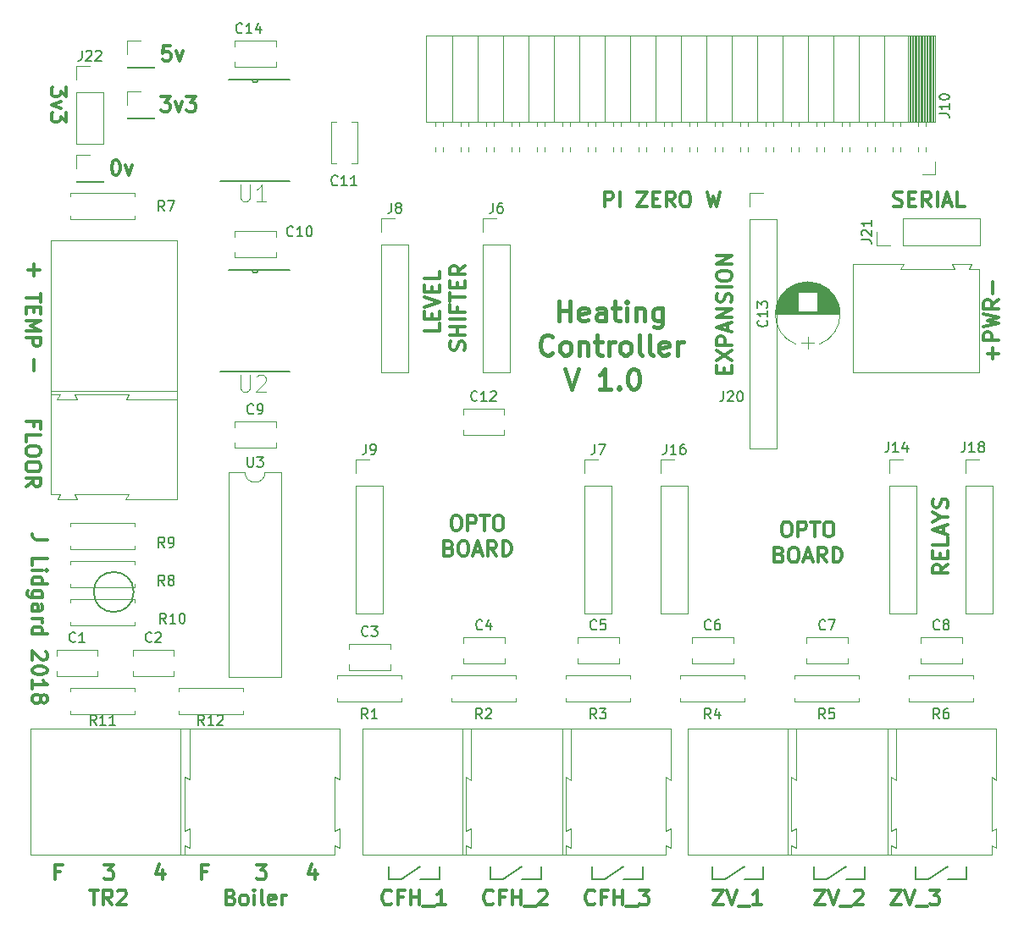
<source format=gbr>
G04 #@! TF.GenerationSoftware,KiCad,Pcbnew,(5.0.0-3-g5ebb6b6)*
G04 #@! TF.CreationDate,2018-09-26T10:49:06+01:00*
G04 #@! TF.ProjectId,rPIHeatingController,72504948656174696E67436F6E74726F,rev?*
G04 #@! TF.SameCoordinates,Original*
G04 #@! TF.FileFunction,Legend,Top*
G04 #@! TF.FilePolarity,Positive*
%FSLAX46Y46*%
G04 Gerber Fmt 4.6, Leading zero omitted, Abs format (unit mm)*
G04 Created by KiCad (PCBNEW (5.0.0-3-g5ebb6b6)) date Wednesday, 26 September 2018 at 10:49:06*
%MOMM*%
%LPD*%
G01*
G04 APERTURE LIST*
%ADD10C,0.300000*%
%ADD11C,0.150000*%
%ADD12C,0.400000*%
%ADD13C,0.200000*%
%ADD14C,0.120000*%
%ADD15C,0.152400*%
%ADD16C,0.050000*%
G04 APERTURE END LIST*
D10*
X101165000Y-136793571D02*
X102093571Y-136793571D01*
X101593571Y-137365000D01*
X101807857Y-137365000D01*
X101950714Y-137436428D01*
X102022142Y-137507857D01*
X102093571Y-137650714D01*
X102093571Y-138007857D01*
X102022142Y-138150714D01*
X101950714Y-138222142D01*
X101807857Y-138293571D01*
X101379285Y-138293571D01*
X101236428Y-138222142D01*
X101165000Y-138150714D01*
D11*
X172150000Y-138250000D02*
X173420000Y-138250000D01*
X172150000Y-136980000D02*
X172150000Y-138250000D01*
X173420000Y-138250000D02*
X175325000Y-136980000D01*
X177230000Y-138250000D02*
X177230000Y-136980000D01*
X175325000Y-138250000D02*
X177230000Y-138250000D01*
X182310000Y-136980000D02*
X182310000Y-138250000D01*
X183580000Y-138250000D02*
X185485000Y-136980000D01*
X187390000Y-138250000D02*
X187390000Y-136980000D01*
X185485000Y-138250000D02*
X187390000Y-138250000D01*
X182310000Y-138250000D02*
X183580000Y-138250000D01*
X161990000Y-136980000D02*
X161990000Y-138250000D01*
X163260000Y-138250000D02*
X165165000Y-136980000D01*
X167070000Y-138250000D02*
X167070000Y-136980000D01*
X165165000Y-138250000D02*
X167070000Y-138250000D01*
X161990000Y-138250000D02*
X163260000Y-138250000D01*
X155005000Y-138250000D02*
X155005000Y-136980000D01*
X149925000Y-136980000D02*
X149925000Y-138250000D01*
X151195000Y-138250000D02*
X153100000Y-136980000D01*
X149925000Y-138250000D02*
X151195000Y-138250000D01*
X153100000Y-138250000D02*
X155005000Y-138250000D01*
X144845000Y-138250000D02*
X144845000Y-136980000D01*
X139765000Y-136980000D02*
X139765000Y-138250000D01*
X141035000Y-138250000D02*
X142940000Y-136980000D01*
X139765000Y-138250000D02*
X141035000Y-138250000D01*
X142940000Y-138250000D02*
X144845000Y-138250000D01*
X134685000Y-138250000D02*
X134685000Y-136980000D01*
X132780000Y-138250000D02*
X134685000Y-138250000D01*
X130875000Y-138250000D02*
X132780000Y-136980000D01*
X129605000Y-138250000D02*
X130875000Y-138250000D01*
X129605000Y-136980000D02*
X129605000Y-138250000D01*
D10*
X116405000Y-136793571D02*
X117333571Y-136793571D01*
X116833571Y-137365000D01*
X117047857Y-137365000D01*
X117190714Y-137436428D01*
X117262142Y-137507857D01*
X117333571Y-137650714D01*
X117333571Y-138007857D01*
X117262142Y-138150714D01*
X117190714Y-138222142D01*
X117047857Y-138293571D01*
X116619285Y-138293571D01*
X116476428Y-138222142D01*
X116405000Y-138150714D01*
X106864285Y-59958571D02*
X107792857Y-59958571D01*
X107292857Y-60530000D01*
X107507142Y-60530000D01*
X107650000Y-60601428D01*
X107721428Y-60672857D01*
X107792857Y-60815714D01*
X107792857Y-61172857D01*
X107721428Y-61315714D01*
X107650000Y-61387142D01*
X107507142Y-61458571D01*
X107078571Y-61458571D01*
X106935714Y-61387142D01*
X106864285Y-61315714D01*
X108292857Y-60458571D02*
X108650000Y-61458571D01*
X109007142Y-60458571D01*
X109435714Y-59958571D02*
X110364285Y-59958571D01*
X109864285Y-60530000D01*
X110078571Y-60530000D01*
X110221428Y-60601428D01*
X110292857Y-60672857D01*
X110364285Y-60815714D01*
X110364285Y-61172857D01*
X110292857Y-61315714D01*
X110221428Y-61387142D01*
X110078571Y-61458571D01*
X109650000Y-61458571D01*
X109507142Y-61387142D01*
X109435714Y-61315714D01*
X102292142Y-66308571D02*
X102435000Y-66308571D01*
X102577857Y-66380000D01*
X102649285Y-66451428D01*
X102720714Y-66594285D01*
X102792142Y-66880000D01*
X102792142Y-67237142D01*
X102720714Y-67522857D01*
X102649285Y-67665714D01*
X102577857Y-67737142D01*
X102435000Y-67808571D01*
X102292142Y-67808571D01*
X102149285Y-67737142D01*
X102077857Y-67665714D01*
X102006428Y-67522857D01*
X101935000Y-67237142D01*
X101935000Y-66880000D01*
X102006428Y-66594285D01*
X102077857Y-66451428D01*
X102149285Y-66380000D01*
X102292142Y-66308571D01*
X103292142Y-66808571D02*
X103649285Y-67808571D01*
X104006428Y-66808571D01*
X107800714Y-54878571D02*
X107086428Y-54878571D01*
X107015000Y-55592857D01*
X107086428Y-55521428D01*
X107229285Y-55450000D01*
X107586428Y-55450000D01*
X107729285Y-55521428D01*
X107800714Y-55592857D01*
X107872142Y-55735714D01*
X107872142Y-56092857D01*
X107800714Y-56235714D01*
X107729285Y-56307142D01*
X107586428Y-56378571D01*
X107229285Y-56378571D01*
X107086428Y-56307142D01*
X107015000Y-56235714D01*
X108372142Y-55378571D02*
X108729285Y-56378571D01*
X109086428Y-55378571D01*
D12*
X146639523Y-82414761D02*
X146639523Y-80414761D01*
X146639523Y-81367142D02*
X147782380Y-81367142D01*
X147782380Y-82414761D02*
X147782380Y-80414761D01*
X149496666Y-82319523D02*
X149306190Y-82414761D01*
X148925238Y-82414761D01*
X148734761Y-82319523D01*
X148639523Y-82129047D01*
X148639523Y-81367142D01*
X148734761Y-81176666D01*
X148925238Y-81081428D01*
X149306190Y-81081428D01*
X149496666Y-81176666D01*
X149591904Y-81367142D01*
X149591904Y-81557619D01*
X148639523Y-81748095D01*
X151306190Y-82414761D02*
X151306190Y-81367142D01*
X151210952Y-81176666D01*
X151020476Y-81081428D01*
X150639523Y-81081428D01*
X150449047Y-81176666D01*
X151306190Y-82319523D02*
X151115714Y-82414761D01*
X150639523Y-82414761D01*
X150449047Y-82319523D01*
X150353809Y-82129047D01*
X150353809Y-81938571D01*
X150449047Y-81748095D01*
X150639523Y-81652857D01*
X151115714Y-81652857D01*
X151306190Y-81557619D01*
X151972857Y-81081428D02*
X152734761Y-81081428D01*
X152258571Y-80414761D02*
X152258571Y-82129047D01*
X152353809Y-82319523D01*
X152544285Y-82414761D01*
X152734761Y-82414761D01*
X153401428Y-82414761D02*
X153401428Y-81081428D01*
X153401428Y-80414761D02*
X153306190Y-80510000D01*
X153401428Y-80605238D01*
X153496666Y-80510000D01*
X153401428Y-80414761D01*
X153401428Y-80605238D01*
X154353809Y-81081428D02*
X154353809Y-82414761D01*
X154353809Y-81271904D02*
X154449047Y-81176666D01*
X154639523Y-81081428D01*
X154925238Y-81081428D01*
X155115714Y-81176666D01*
X155210952Y-81367142D01*
X155210952Y-82414761D01*
X157020476Y-81081428D02*
X157020476Y-82700476D01*
X156925238Y-82890952D01*
X156830000Y-82986190D01*
X156639523Y-83081428D01*
X156353809Y-83081428D01*
X156163333Y-82986190D01*
X157020476Y-82319523D02*
X156830000Y-82414761D01*
X156449047Y-82414761D01*
X156258571Y-82319523D01*
X156163333Y-82224285D01*
X156068095Y-82033809D01*
X156068095Y-81462380D01*
X156163333Y-81271904D01*
X156258571Y-81176666D01*
X156449047Y-81081428D01*
X156830000Y-81081428D01*
X157020476Y-81176666D01*
X146020476Y-85624285D02*
X145925238Y-85719523D01*
X145639523Y-85814761D01*
X145449047Y-85814761D01*
X145163333Y-85719523D01*
X144972857Y-85529047D01*
X144877619Y-85338571D01*
X144782380Y-84957619D01*
X144782380Y-84671904D01*
X144877619Y-84290952D01*
X144972857Y-84100476D01*
X145163333Y-83910000D01*
X145449047Y-83814761D01*
X145639523Y-83814761D01*
X145925238Y-83910000D01*
X146020476Y-84005238D01*
X147163333Y-85814761D02*
X146972857Y-85719523D01*
X146877619Y-85624285D01*
X146782380Y-85433809D01*
X146782380Y-84862380D01*
X146877619Y-84671904D01*
X146972857Y-84576666D01*
X147163333Y-84481428D01*
X147449047Y-84481428D01*
X147639523Y-84576666D01*
X147734761Y-84671904D01*
X147830000Y-84862380D01*
X147830000Y-85433809D01*
X147734761Y-85624285D01*
X147639523Y-85719523D01*
X147449047Y-85814761D01*
X147163333Y-85814761D01*
X148687142Y-84481428D02*
X148687142Y-85814761D01*
X148687142Y-84671904D02*
X148782380Y-84576666D01*
X148972857Y-84481428D01*
X149258571Y-84481428D01*
X149449047Y-84576666D01*
X149544285Y-84767142D01*
X149544285Y-85814761D01*
X150210952Y-84481428D02*
X150972857Y-84481428D01*
X150496666Y-83814761D02*
X150496666Y-85529047D01*
X150591904Y-85719523D01*
X150782380Y-85814761D01*
X150972857Y-85814761D01*
X151639523Y-85814761D02*
X151639523Y-84481428D01*
X151639523Y-84862380D02*
X151734761Y-84671904D01*
X151830000Y-84576666D01*
X152020476Y-84481428D01*
X152210952Y-84481428D01*
X153163333Y-85814761D02*
X152972857Y-85719523D01*
X152877619Y-85624285D01*
X152782380Y-85433809D01*
X152782380Y-84862380D01*
X152877619Y-84671904D01*
X152972857Y-84576666D01*
X153163333Y-84481428D01*
X153449047Y-84481428D01*
X153639523Y-84576666D01*
X153734761Y-84671904D01*
X153830000Y-84862380D01*
X153830000Y-85433809D01*
X153734761Y-85624285D01*
X153639523Y-85719523D01*
X153449047Y-85814761D01*
X153163333Y-85814761D01*
X154972857Y-85814761D02*
X154782380Y-85719523D01*
X154687142Y-85529047D01*
X154687142Y-83814761D01*
X156020476Y-85814761D02*
X155830000Y-85719523D01*
X155734761Y-85529047D01*
X155734761Y-83814761D01*
X157544285Y-85719523D02*
X157353809Y-85814761D01*
X156972857Y-85814761D01*
X156782380Y-85719523D01*
X156687142Y-85529047D01*
X156687142Y-84767142D01*
X156782380Y-84576666D01*
X156972857Y-84481428D01*
X157353809Y-84481428D01*
X157544285Y-84576666D01*
X157639523Y-84767142D01*
X157639523Y-84957619D01*
X156687142Y-85148095D01*
X158496666Y-85814761D02*
X158496666Y-84481428D01*
X158496666Y-84862380D02*
X158591904Y-84671904D01*
X158687142Y-84576666D01*
X158877619Y-84481428D01*
X159068095Y-84481428D01*
X147258571Y-87214761D02*
X147925238Y-89214761D01*
X148591904Y-87214761D01*
X151830000Y-89214761D02*
X150687142Y-89214761D01*
X151258571Y-89214761D02*
X151258571Y-87214761D01*
X151068095Y-87500476D01*
X150877619Y-87690952D01*
X150687142Y-87786190D01*
X152687142Y-89024285D02*
X152782380Y-89119523D01*
X152687142Y-89214761D01*
X152591904Y-89119523D01*
X152687142Y-89024285D01*
X152687142Y-89214761D01*
X154020476Y-87214761D02*
X154210952Y-87214761D01*
X154401428Y-87310000D01*
X154496666Y-87405238D01*
X154591904Y-87595714D01*
X154687142Y-87976666D01*
X154687142Y-88452857D01*
X154591904Y-88833809D01*
X154496666Y-89024285D01*
X154401428Y-89119523D01*
X154210952Y-89214761D01*
X154020476Y-89214761D01*
X153830000Y-89119523D01*
X153734761Y-89024285D01*
X153639523Y-88833809D01*
X153544285Y-88452857D01*
X153544285Y-87976666D01*
X153639523Y-87595714D01*
X153734761Y-87405238D01*
X153830000Y-87310000D01*
X154020476Y-87214761D01*
D10*
X95501428Y-104286428D02*
X94430000Y-104286428D01*
X94215714Y-104215000D01*
X94072857Y-104072142D01*
X94001428Y-103857857D01*
X94001428Y-103715000D01*
X94001428Y-106857857D02*
X94001428Y-106143571D01*
X95501428Y-106143571D01*
X94001428Y-107357857D02*
X95001428Y-107357857D01*
X95501428Y-107357857D02*
X95430000Y-107286428D01*
X95358571Y-107357857D01*
X95430000Y-107429285D01*
X95501428Y-107357857D01*
X95358571Y-107357857D01*
X94001428Y-108715000D02*
X95501428Y-108715000D01*
X94072857Y-108715000D02*
X94001428Y-108572142D01*
X94001428Y-108286428D01*
X94072857Y-108143571D01*
X94144285Y-108072142D01*
X94287142Y-108000714D01*
X94715714Y-108000714D01*
X94858571Y-108072142D01*
X94930000Y-108143571D01*
X95001428Y-108286428D01*
X95001428Y-108572142D01*
X94930000Y-108715000D01*
X95001428Y-110072142D02*
X93787142Y-110072142D01*
X93644285Y-110000714D01*
X93572857Y-109929285D01*
X93501428Y-109786428D01*
X93501428Y-109572142D01*
X93572857Y-109429285D01*
X94072857Y-110072142D02*
X94001428Y-109929285D01*
X94001428Y-109643571D01*
X94072857Y-109500714D01*
X94144285Y-109429285D01*
X94287142Y-109357857D01*
X94715714Y-109357857D01*
X94858571Y-109429285D01*
X94930000Y-109500714D01*
X95001428Y-109643571D01*
X95001428Y-109929285D01*
X94930000Y-110072142D01*
X94001428Y-111429285D02*
X94787142Y-111429285D01*
X94930000Y-111357857D01*
X95001428Y-111215000D01*
X95001428Y-110929285D01*
X94930000Y-110786428D01*
X94072857Y-111429285D02*
X94001428Y-111286428D01*
X94001428Y-110929285D01*
X94072857Y-110786428D01*
X94215714Y-110715000D01*
X94358571Y-110715000D01*
X94501428Y-110786428D01*
X94572857Y-110929285D01*
X94572857Y-111286428D01*
X94644285Y-111429285D01*
X94001428Y-112143571D02*
X95001428Y-112143571D01*
X94715714Y-112143571D02*
X94858571Y-112215000D01*
X94930000Y-112286428D01*
X95001428Y-112429285D01*
X95001428Y-112572142D01*
X94001428Y-113715000D02*
X95501428Y-113715000D01*
X94072857Y-113715000D02*
X94001428Y-113572142D01*
X94001428Y-113286428D01*
X94072857Y-113143571D01*
X94144285Y-113072142D01*
X94287142Y-113000714D01*
X94715714Y-113000714D01*
X94858571Y-113072142D01*
X94930000Y-113143571D01*
X95001428Y-113286428D01*
X95001428Y-113572142D01*
X94930000Y-113715000D01*
X95358571Y-115500714D02*
X95430000Y-115572142D01*
X95501428Y-115715000D01*
X95501428Y-116072142D01*
X95430000Y-116215000D01*
X95358571Y-116286428D01*
X95215714Y-116357857D01*
X95072857Y-116357857D01*
X94858571Y-116286428D01*
X94001428Y-115429285D01*
X94001428Y-116357857D01*
X95501428Y-117286428D02*
X95501428Y-117429285D01*
X95430000Y-117572142D01*
X95358571Y-117643571D01*
X95215714Y-117715000D01*
X94930000Y-117786428D01*
X94572857Y-117786428D01*
X94287142Y-117715000D01*
X94144285Y-117643571D01*
X94072857Y-117572142D01*
X94001428Y-117429285D01*
X94001428Y-117286428D01*
X94072857Y-117143571D01*
X94144285Y-117072142D01*
X94287142Y-117000714D01*
X94572857Y-116929285D01*
X94930000Y-116929285D01*
X95215714Y-117000714D01*
X95358571Y-117072142D01*
X95430000Y-117143571D01*
X95501428Y-117286428D01*
X94001428Y-119215000D02*
X94001428Y-118357857D01*
X94001428Y-118786428D02*
X95501428Y-118786428D01*
X95287142Y-118643571D01*
X95144285Y-118500714D01*
X95072857Y-118357857D01*
X94858571Y-120072142D02*
X94930000Y-119929285D01*
X95001428Y-119857857D01*
X95144285Y-119786428D01*
X95215714Y-119786428D01*
X95358571Y-119857857D01*
X95430000Y-119929285D01*
X95501428Y-120072142D01*
X95501428Y-120357857D01*
X95430000Y-120500714D01*
X95358571Y-120572142D01*
X95215714Y-120643571D01*
X95144285Y-120643571D01*
X95001428Y-120572142D01*
X94930000Y-120500714D01*
X94858571Y-120357857D01*
X94858571Y-120072142D01*
X94787142Y-119929285D01*
X94715714Y-119857857D01*
X94572857Y-119786428D01*
X94287142Y-119786428D01*
X94144285Y-119857857D01*
X94072857Y-119929285D01*
X94001428Y-120072142D01*
X94001428Y-120357857D01*
X94072857Y-120500714D01*
X94144285Y-120572142D01*
X94287142Y-120643571D01*
X94572857Y-120643571D01*
X94715714Y-120572142D01*
X94787142Y-120500714D01*
X94858571Y-120357857D01*
D13*
X104140000Y-109520000D02*
G75*
G03X104140000Y-109520000I-2000000J0D01*
G01*
D10*
X97406428Y-58994285D02*
X97406428Y-59922857D01*
X96835000Y-59422857D01*
X96835000Y-59637142D01*
X96763571Y-59780000D01*
X96692142Y-59851428D01*
X96549285Y-59922857D01*
X96192142Y-59922857D01*
X96049285Y-59851428D01*
X95977857Y-59780000D01*
X95906428Y-59637142D01*
X95906428Y-59208571D01*
X95977857Y-59065714D01*
X96049285Y-58994285D01*
X96906428Y-60422857D02*
X95906428Y-60780000D01*
X96906428Y-61137142D01*
X97406428Y-61565714D02*
X97406428Y-62494285D01*
X96835000Y-61994285D01*
X96835000Y-62208571D01*
X96763571Y-62351428D01*
X96692142Y-62422857D01*
X96549285Y-62494285D01*
X96192142Y-62494285D01*
X96049285Y-62422857D01*
X95977857Y-62351428D01*
X95906428Y-62208571D01*
X95906428Y-61780000D01*
X95977857Y-61637142D01*
X96049285Y-61565714D01*
X151231428Y-70983571D02*
X151231428Y-69483571D01*
X151802857Y-69483571D01*
X151945714Y-69555000D01*
X152017142Y-69626428D01*
X152088571Y-69769285D01*
X152088571Y-69983571D01*
X152017142Y-70126428D01*
X151945714Y-70197857D01*
X151802857Y-70269285D01*
X151231428Y-70269285D01*
X152731428Y-70983571D02*
X152731428Y-69483571D01*
X154445714Y-69483571D02*
X155445714Y-69483571D01*
X154445714Y-70983571D01*
X155445714Y-70983571D01*
X156017142Y-70197857D02*
X156517142Y-70197857D01*
X156731428Y-70983571D02*
X156017142Y-70983571D01*
X156017142Y-69483571D01*
X156731428Y-69483571D01*
X158231428Y-70983571D02*
X157731428Y-70269285D01*
X157374285Y-70983571D02*
X157374285Y-69483571D01*
X157945714Y-69483571D01*
X158088571Y-69555000D01*
X158160000Y-69626428D01*
X158231428Y-69769285D01*
X158231428Y-69983571D01*
X158160000Y-70126428D01*
X158088571Y-70197857D01*
X157945714Y-70269285D01*
X157374285Y-70269285D01*
X159160000Y-69483571D02*
X159445714Y-69483571D01*
X159588571Y-69555000D01*
X159731428Y-69697857D01*
X159802857Y-69983571D01*
X159802857Y-70483571D01*
X159731428Y-70769285D01*
X159588571Y-70912142D01*
X159445714Y-70983571D01*
X159160000Y-70983571D01*
X159017142Y-70912142D01*
X158874285Y-70769285D01*
X158802857Y-70483571D01*
X158802857Y-69983571D01*
X158874285Y-69697857D01*
X159017142Y-69555000D01*
X159160000Y-69483571D01*
X161445714Y-69483571D02*
X161802857Y-70983571D01*
X162088571Y-69912142D01*
X162374285Y-70983571D01*
X162731428Y-69483571D01*
X163152857Y-87592142D02*
X163152857Y-87092142D01*
X163938571Y-86877857D02*
X163938571Y-87592142D01*
X162438571Y-87592142D01*
X162438571Y-86877857D01*
X162438571Y-86377857D02*
X163938571Y-85377857D01*
X162438571Y-85377857D02*
X163938571Y-86377857D01*
X163938571Y-84806428D02*
X162438571Y-84806428D01*
X162438571Y-84235000D01*
X162510000Y-84092142D01*
X162581428Y-84020714D01*
X162724285Y-83949285D01*
X162938571Y-83949285D01*
X163081428Y-84020714D01*
X163152857Y-84092142D01*
X163224285Y-84235000D01*
X163224285Y-84806428D01*
X163510000Y-83377857D02*
X163510000Y-82663571D01*
X163938571Y-83520714D02*
X162438571Y-83020714D01*
X163938571Y-82520714D01*
X163938571Y-82020714D02*
X162438571Y-82020714D01*
X163938571Y-81163571D01*
X162438571Y-81163571D01*
X163867142Y-80520714D02*
X163938571Y-80306428D01*
X163938571Y-79949285D01*
X163867142Y-79806428D01*
X163795714Y-79735000D01*
X163652857Y-79663571D01*
X163510000Y-79663571D01*
X163367142Y-79735000D01*
X163295714Y-79806428D01*
X163224285Y-79949285D01*
X163152857Y-80235000D01*
X163081428Y-80377857D01*
X163010000Y-80449285D01*
X162867142Y-80520714D01*
X162724285Y-80520714D01*
X162581428Y-80449285D01*
X162510000Y-80377857D01*
X162438571Y-80235000D01*
X162438571Y-79877857D01*
X162510000Y-79663571D01*
X163938571Y-79020714D02*
X162438571Y-79020714D01*
X162438571Y-78020714D02*
X162438571Y-77735000D01*
X162510000Y-77592142D01*
X162652857Y-77449285D01*
X162938571Y-77377857D01*
X163438571Y-77377857D01*
X163724285Y-77449285D01*
X163867142Y-77592142D01*
X163938571Y-77735000D01*
X163938571Y-78020714D01*
X163867142Y-78163571D01*
X163724285Y-78306428D01*
X163438571Y-78377857D01*
X162938571Y-78377857D01*
X162652857Y-78306428D01*
X162510000Y-78163571D01*
X162438571Y-78020714D01*
X163938571Y-76735000D02*
X162438571Y-76735000D01*
X163938571Y-75877857D01*
X162438571Y-75877857D01*
X134723571Y-82671428D02*
X134723571Y-83385714D01*
X133223571Y-83385714D01*
X133937857Y-82171428D02*
X133937857Y-81671428D01*
X134723571Y-81457142D02*
X134723571Y-82171428D01*
X133223571Y-82171428D01*
X133223571Y-81457142D01*
X133223571Y-81028571D02*
X134723571Y-80528571D01*
X133223571Y-80028571D01*
X133937857Y-79528571D02*
X133937857Y-79028571D01*
X134723571Y-78814285D02*
X134723571Y-79528571D01*
X133223571Y-79528571D01*
X133223571Y-78814285D01*
X134723571Y-77457142D02*
X134723571Y-78171428D01*
X133223571Y-78171428D01*
X137202142Y-85314285D02*
X137273571Y-85100000D01*
X137273571Y-84742857D01*
X137202142Y-84600000D01*
X137130714Y-84528571D01*
X136987857Y-84457142D01*
X136845000Y-84457142D01*
X136702142Y-84528571D01*
X136630714Y-84600000D01*
X136559285Y-84742857D01*
X136487857Y-85028571D01*
X136416428Y-85171428D01*
X136345000Y-85242857D01*
X136202142Y-85314285D01*
X136059285Y-85314285D01*
X135916428Y-85242857D01*
X135845000Y-85171428D01*
X135773571Y-85028571D01*
X135773571Y-84671428D01*
X135845000Y-84457142D01*
X137273571Y-83814285D02*
X135773571Y-83814285D01*
X136487857Y-83814285D02*
X136487857Y-82957142D01*
X137273571Y-82957142D02*
X135773571Y-82957142D01*
X137273571Y-82242857D02*
X135773571Y-82242857D01*
X136487857Y-81028571D02*
X136487857Y-81528571D01*
X137273571Y-81528571D02*
X135773571Y-81528571D01*
X135773571Y-80814285D01*
X135773571Y-80457142D02*
X135773571Y-79600000D01*
X137273571Y-80028571D02*
X135773571Y-80028571D01*
X136487857Y-79100000D02*
X136487857Y-78600000D01*
X137273571Y-78385714D02*
X137273571Y-79100000D01*
X135773571Y-79100000D01*
X135773571Y-78385714D01*
X137273571Y-76885714D02*
X136559285Y-77385714D01*
X137273571Y-77742857D02*
X135773571Y-77742857D01*
X135773571Y-77171428D01*
X135845000Y-77028571D01*
X135916428Y-76957142D01*
X136059285Y-76885714D01*
X136273571Y-76885714D01*
X136416428Y-76957142D01*
X136487857Y-77028571D01*
X136559285Y-77171428D01*
X136559285Y-77742857D01*
X180115714Y-70912142D02*
X180330000Y-70983571D01*
X180687142Y-70983571D01*
X180830000Y-70912142D01*
X180901428Y-70840714D01*
X180972857Y-70697857D01*
X180972857Y-70555000D01*
X180901428Y-70412142D01*
X180830000Y-70340714D01*
X180687142Y-70269285D01*
X180401428Y-70197857D01*
X180258571Y-70126428D01*
X180187142Y-70055000D01*
X180115714Y-69912142D01*
X180115714Y-69769285D01*
X180187142Y-69626428D01*
X180258571Y-69555000D01*
X180401428Y-69483571D01*
X180758571Y-69483571D01*
X180972857Y-69555000D01*
X181615714Y-70197857D02*
X182115714Y-70197857D01*
X182330000Y-70983571D02*
X181615714Y-70983571D01*
X181615714Y-69483571D01*
X182330000Y-69483571D01*
X183830000Y-70983571D02*
X183330000Y-70269285D01*
X182972857Y-70983571D02*
X182972857Y-69483571D01*
X183544285Y-69483571D01*
X183687142Y-69555000D01*
X183758571Y-69626428D01*
X183830000Y-69769285D01*
X183830000Y-69983571D01*
X183758571Y-70126428D01*
X183687142Y-70197857D01*
X183544285Y-70269285D01*
X182972857Y-70269285D01*
X184472857Y-70983571D02*
X184472857Y-69483571D01*
X185115714Y-70555000D02*
X185830000Y-70555000D01*
X184972857Y-70983571D02*
X185472857Y-69483571D01*
X185972857Y-70983571D01*
X187187142Y-70983571D02*
X186472857Y-70983571D01*
X186472857Y-69483571D01*
X190037142Y-86227142D02*
X190037142Y-85084285D01*
X190608571Y-85655714D02*
X189465714Y-85655714D01*
X190608571Y-84370000D02*
X189108571Y-84370000D01*
X189108571Y-83798571D01*
X189180000Y-83655714D01*
X189251428Y-83584285D01*
X189394285Y-83512857D01*
X189608571Y-83512857D01*
X189751428Y-83584285D01*
X189822857Y-83655714D01*
X189894285Y-83798571D01*
X189894285Y-84370000D01*
X189108571Y-83012857D02*
X190608571Y-82655714D01*
X189537142Y-82370000D01*
X190608571Y-82084285D01*
X189108571Y-81727142D01*
X190608571Y-80298571D02*
X189894285Y-80798571D01*
X190608571Y-81155714D02*
X189108571Y-81155714D01*
X189108571Y-80584285D01*
X189180000Y-80441428D01*
X189251428Y-80370000D01*
X189394285Y-80298571D01*
X189608571Y-80298571D01*
X189751428Y-80370000D01*
X189822857Y-80441428D01*
X189894285Y-80584285D01*
X189894285Y-81155714D01*
X190037142Y-79655714D02*
X190037142Y-78512857D01*
X185528571Y-106781428D02*
X184814285Y-107281428D01*
X185528571Y-107638571D02*
X184028571Y-107638571D01*
X184028571Y-107067142D01*
X184100000Y-106924285D01*
X184171428Y-106852857D01*
X184314285Y-106781428D01*
X184528571Y-106781428D01*
X184671428Y-106852857D01*
X184742857Y-106924285D01*
X184814285Y-107067142D01*
X184814285Y-107638571D01*
X184742857Y-106138571D02*
X184742857Y-105638571D01*
X185528571Y-105424285D02*
X185528571Y-106138571D01*
X184028571Y-106138571D01*
X184028571Y-105424285D01*
X185528571Y-104067142D02*
X185528571Y-104781428D01*
X184028571Y-104781428D01*
X185100000Y-103638571D02*
X185100000Y-102924285D01*
X185528571Y-103781428D02*
X184028571Y-103281428D01*
X185528571Y-102781428D01*
X184814285Y-101995714D02*
X185528571Y-101995714D01*
X184028571Y-102495714D02*
X184814285Y-101995714D01*
X184028571Y-101495714D01*
X185457142Y-101067142D02*
X185528571Y-100852857D01*
X185528571Y-100495714D01*
X185457142Y-100352857D01*
X185385714Y-100281428D01*
X185242857Y-100210000D01*
X185100000Y-100210000D01*
X184957142Y-100281428D01*
X184885714Y-100352857D01*
X184814285Y-100495714D01*
X184742857Y-100781428D01*
X184671428Y-100924285D01*
X184600000Y-100995714D01*
X184457142Y-101067142D01*
X184314285Y-101067142D01*
X184171428Y-100995714D01*
X184100000Y-100924285D01*
X184028571Y-100781428D01*
X184028571Y-100424285D01*
X184100000Y-100210000D01*
X94152142Y-92990714D02*
X94152142Y-92490714D01*
X93366428Y-92490714D02*
X94866428Y-92490714D01*
X94866428Y-93205000D01*
X93366428Y-94490714D02*
X93366428Y-93776428D01*
X94866428Y-93776428D01*
X94866428Y-95276428D02*
X94866428Y-95562142D01*
X94795000Y-95705000D01*
X94652142Y-95847857D01*
X94366428Y-95919285D01*
X93866428Y-95919285D01*
X93580714Y-95847857D01*
X93437857Y-95705000D01*
X93366428Y-95562142D01*
X93366428Y-95276428D01*
X93437857Y-95133571D01*
X93580714Y-94990714D01*
X93866428Y-94919285D01*
X94366428Y-94919285D01*
X94652142Y-94990714D01*
X94795000Y-95133571D01*
X94866428Y-95276428D01*
X94866428Y-96847857D02*
X94866428Y-97133571D01*
X94795000Y-97276428D01*
X94652142Y-97419285D01*
X94366428Y-97490714D01*
X93866428Y-97490714D01*
X93580714Y-97419285D01*
X93437857Y-97276428D01*
X93366428Y-97133571D01*
X93366428Y-96847857D01*
X93437857Y-96705000D01*
X93580714Y-96562142D01*
X93866428Y-96490714D01*
X94366428Y-96490714D01*
X94652142Y-96562142D01*
X94795000Y-96705000D01*
X94866428Y-96847857D01*
X93366428Y-98990714D02*
X94080714Y-98490714D01*
X93366428Y-98133571D02*
X94866428Y-98133571D01*
X94866428Y-98705000D01*
X94795000Y-98847857D01*
X94723571Y-98919285D01*
X94580714Y-98990714D01*
X94366428Y-98990714D01*
X94223571Y-98919285D01*
X94152142Y-98847857D01*
X94080714Y-98705000D01*
X94080714Y-98133571D01*
X94866428Y-79655714D02*
X94866428Y-80512857D01*
X93366428Y-80084285D02*
X94866428Y-80084285D01*
X94152142Y-81012857D02*
X94152142Y-81512857D01*
X93366428Y-81727142D02*
X93366428Y-81012857D01*
X94866428Y-81012857D01*
X94866428Y-81727142D01*
X93366428Y-82370000D02*
X94866428Y-82370000D01*
X93795000Y-82870000D01*
X94866428Y-83370000D01*
X93366428Y-83370000D01*
X93366428Y-84084285D02*
X94866428Y-84084285D01*
X94866428Y-84655714D01*
X94795000Y-84798571D01*
X94723571Y-84870000D01*
X94580714Y-84941428D01*
X94366428Y-84941428D01*
X94223571Y-84870000D01*
X94152142Y-84798571D01*
X94080714Y-84655714D01*
X94080714Y-84084285D01*
X94152142Y-87386428D02*
X94152142Y-86243571D01*
X94152142Y-77861428D02*
X94152142Y-76718571D01*
X94723571Y-77290000D02*
X93580714Y-77290000D01*
X169265000Y-102498571D02*
X169550714Y-102498571D01*
X169693571Y-102570000D01*
X169836428Y-102712857D01*
X169907857Y-102998571D01*
X169907857Y-103498571D01*
X169836428Y-103784285D01*
X169693571Y-103927142D01*
X169550714Y-103998571D01*
X169265000Y-103998571D01*
X169122142Y-103927142D01*
X168979285Y-103784285D01*
X168907857Y-103498571D01*
X168907857Y-102998571D01*
X168979285Y-102712857D01*
X169122142Y-102570000D01*
X169265000Y-102498571D01*
X170550714Y-103998571D02*
X170550714Y-102498571D01*
X171122142Y-102498571D01*
X171265000Y-102570000D01*
X171336428Y-102641428D01*
X171407857Y-102784285D01*
X171407857Y-102998571D01*
X171336428Y-103141428D01*
X171265000Y-103212857D01*
X171122142Y-103284285D01*
X170550714Y-103284285D01*
X171836428Y-102498571D02*
X172693571Y-102498571D01*
X172265000Y-103998571D02*
X172265000Y-102498571D01*
X173479285Y-102498571D02*
X173765000Y-102498571D01*
X173907857Y-102570000D01*
X174050714Y-102712857D01*
X174122142Y-102998571D01*
X174122142Y-103498571D01*
X174050714Y-103784285D01*
X173907857Y-103927142D01*
X173765000Y-103998571D01*
X173479285Y-103998571D01*
X173336428Y-103927142D01*
X173193571Y-103784285D01*
X173122142Y-103498571D01*
X173122142Y-102998571D01*
X173193571Y-102712857D01*
X173336428Y-102570000D01*
X173479285Y-102498571D01*
X168693571Y-105762857D02*
X168907857Y-105834285D01*
X168979285Y-105905714D01*
X169050714Y-106048571D01*
X169050714Y-106262857D01*
X168979285Y-106405714D01*
X168907857Y-106477142D01*
X168765000Y-106548571D01*
X168193571Y-106548571D01*
X168193571Y-105048571D01*
X168693571Y-105048571D01*
X168836428Y-105120000D01*
X168907857Y-105191428D01*
X168979285Y-105334285D01*
X168979285Y-105477142D01*
X168907857Y-105620000D01*
X168836428Y-105691428D01*
X168693571Y-105762857D01*
X168193571Y-105762857D01*
X169979285Y-105048571D02*
X170265000Y-105048571D01*
X170407857Y-105120000D01*
X170550714Y-105262857D01*
X170622142Y-105548571D01*
X170622142Y-106048571D01*
X170550714Y-106334285D01*
X170407857Y-106477142D01*
X170265000Y-106548571D01*
X169979285Y-106548571D01*
X169836428Y-106477142D01*
X169693571Y-106334285D01*
X169622142Y-106048571D01*
X169622142Y-105548571D01*
X169693571Y-105262857D01*
X169836428Y-105120000D01*
X169979285Y-105048571D01*
X171193571Y-106120000D02*
X171907857Y-106120000D01*
X171050714Y-106548571D02*
X171550714Y-105048571D01*
X172050714Y-106548571D01*
X173407857Y-106548571D02*
X172907857Y-105834285D01*
X172550714Y-106548571D02*
X172550714Y-105048571D01*
X173122142Y-105048571D01*
X173265000Y-105120000D01*
X173336428Y-105191428D01*
X173407857Y-105334285D01*
X173407857Y-105548571D01*
X173336428Y-105691428D01*
X173265000Y-105762857D01*
X173122142Y-105834285D01*
X172550714Y-105834285D01*
X174050714Y-106548571D02*
X174050714Y-105048571D01*
X174407857Y-105048571D01*
X174622142Y-105120000D01*
X174765000Y-105262857D01*
X174836428Y-105405714D01*
X174907857Y-105691428D01*
X174907857Y-105905714D01*
X174836428Y-106191428D01*
X174765000Y-106334285D01*
X174622142Y-106477142D01*
X174407857Y-106548571D01*
X174050714Y-106548571D01*
X136245000Y-101863571D02*
X136530714Y-101863571D01*
X136673571Y-101935000D01*
X136816428Y-102077857D01*
X136887857Y-102363571D01*
X136887857Y-102863571D01*
X136816428Y-103149285D01*
X136673571Y-103292142D01*
X136530714Y-103363571D01*
X136245000Y-103363571D01*
X136102142Y-103292142D01*
X135959285Y-103149285D01*
X135887857Y-102863571D01*
X135887857Y-102363571D01*
X135959285Y-102077857D01*
X136102142Y-101935000D01*
X136245000Y-101863571D01*
X137530714Y-103363571D02*
X137530714Y-101863571D01*
X138102142Y-101863571D01*
X138245000Y-101935000D01*
X138316428Y-102006428D01*
X138387857Y-102149285D01*
X138387857Y-102363571D01*
X138316428Y-102506428D01*
X138245000Y-102577857D01*
X138102142Y-102649285D01*
X137530714Y-102649285D01*
X138816428Y-101863571D02*
X139673571Y-101863571D01*
X139245000Y-103363571D02*
X139245000Y-101863571D01*
X140459285Y-101863571D02*
X140745000Y-101863571D01*
X140887857Y-101935000D01*
X141030714Y-102077857D01*
X141102142Y-102363571D01*
X141102142Y-102863571D01*
X141030714Y-103149285D01*
X140887857Y-103292142D01*
X140745000Y-103363571D01*
X140459285Y-103363571D01*
X140316428Y-103292142D01*
X140173571Y-103149285D01*
X140102142Y-102863571D01*
X140102142Y-102363571D01*
X140173571Y-102077857D01*
X140316428Y-101935000D01*
X140459285Y-101863571D01*
X135673571Y-105127857D02*
X135887857Y-105199285D01*
X135959285Y-105270714D01*
X136030714Y-105413571D01*
X136030714Y-105627857D01*
X135959285Y-105770714D01*
X135887857Y-105842142D01*
X135745000Y-105913571D01*
X135173571Y-105913571D01*
X135173571Y-104413571D01*
X135673571Y-104413571D01*
X135816428Y-104485000D01*
X135887857Y-104556428D01*
X135959285Y-104699285D01*
X135959285Y-104842142D01*
X135887857Y-104985000D01*
X135816428Y-105056428D01*
X135673571Y-105127857D01*
X135173571Y-105127857D01*
X136959285Y-104413571D02*
X137245000Y-104413571D01*
X137387857Y-104485000D01*
X137530714Y-104627857D01*
X137602142Y-104913571D01*
X137602142Y-105413571D01*
X137530714Y-105699285D01*
X137387857Y-105842142D01*
X137245000Y-105913571D01*
X136959285Y-105913571D01*
X136816428Y-105842142D01*
X136673571Y-105699285D01*
X136602142Y-105413571D01*
X136602142Y-104913571D01*
X136673571Y-104627857D01*
X136816428Y-104485000D01*
X136959285Y-104413571D01*
X138173571Y-105485000D02*
X138887857Y-105485000D01*
X138030714Y-105913571D02*
X138530714Y-104413571D01*
X139030714Y-105913571D01*
X140387857Y-105913571D02*
X139887857Y-105199285D01*
X139530714Y-105913571D02*
X139530714Y-104413571D01*
X140102142Y-104413571D01*
X140245000Y-104485000D01*
X140316428Y-104556428D01*
X140387857Y-104699285D01*
X140387857Y-104913571D01*
X140316428Y-105056428D01*
X140245000Y-105127857D01*
X140102142Y-105199285D01*
X139530714Y-105199285D01*
X141030714Y-105913571D02*
X141030714Y-104413571D01*
X141387857Y-104413571D01*
X141602142Y-104485000D01*
X141745000Y-104627857D01*
X141816428Y-104770714D01*
X141887857Y-105056428D01*
X141887857Y-105270714D01*
X141816428Y-105556428D01*
X141745000Y-105699285D01*
X141602142Y-105842142D01*
X141387857Y-105913571D01*
X141030714Y-105913571D01*
X179881428Y-139333571D02*
X180881428Y-139333571D01*
X179881428Y-140833571D01*
X180881428Y-140833571D01*
X181238571Y-139333571D02*
X181738571Y-140833571D01*
X182238571Y-139333571D01*
X182381428Y-140976428D02*
X183524285Y-140976428D01*
X183738571Y-139333571D02*
X184667142Y-139333571D01*
X184167142Y-139905000D01*
X184381428Y-139905000D01*
X184524285Y-139976428D01*
X184595714Y-140047857D01*
X184667142Y-140190714D01*
X184667142Y-140547857D01*
X184595714Y-140690714D01*
X184524285Y-140762142D01*
X184381428Y-140833571D01*
X183952857Y-140833571D01*
X183810000Y-140762142D01*
X183738571Y-140690714D01*
X172261428Y-139333571D02*
X173261428Y-139333571D01*
X172261428Y-140833571D01*
X173261428Y-140833571D01*
X173618571Y-139333571D02*
X174118571Y-140833571D01*
X174618571Y-139333571D01*
X174761428Y-140976428D02*
X175904285Y-140976428D01*
X176190000Y-139476428D02*
X176261428Y-139405000D01*
X176404285Y-139333571D01*
X176761428Y-139333571D01*
X176904285Y-139405000D01*
X176975714Y-139476428D01*
X177047142Y-139619285D01*
X177047142Y-139762142D01*
X176975714Y-139976428D01*
X176118571Y-140833571D01*
X177047142Y-140833571D01*
X162101428Y-139333571D02*
X163101428Y-139333571D01*
X162101428Y-140833571D01*
X163101428Y-140833571D01*
X163458571Y-139333571D02*
X163958571Y-140833571D01*
X164458571Y-139333571D01*
X164601428Y-140976428D02*
X165744285Y-140976428D01*
X166887142Y-140833571D02*
X166030000Y-140833571D01*
X166458571Y-140833571D02*
X166458571Y-139333571D01*
X166315714Y-139547857D01*
X166172857Y-139690714D01*
X166030000Y-139762142D01*
X150215000Y-140690714D02*
X150143571Y-140762142D01*
X149929285Y-140833571D01*
X149786428Y-140833571D01*
X149572142Y-140762142D01*
X149429285Y-140619285D01*
X149357857Y-140476428D01*
X149286428Y-140190714D01*
X149286428Y-139976428D01*
X149357857Y-139690714D01*
X149429285Y-139547857D01*
X149572142Y-139405000D01*
X149786428Y-139333571D01*
X149929285Y-139333571D01*
X150143571Y-139405000D01*
X150215000Y-139476428D01*
X151357857Y-140047857D02*
X150857857Y-140047857D01*
X150857857Y-140833571D02*
X150857857Y-139333571D01*
X151572142Y-139333571D01*
X152143571Y-140833571D02*
X152143571Y-139333571D01*
X152143571Y-140047857D02*
X153000714Y-140047857D01*
X153000714Y-140833571D02*
X153000714Y-139333571D01*
X153357857Y-140976428D02*
X154500714Y-140976428D01*
X154715000Y-139333571D02*
X155643571Y-139333571D01*
X155143571Y-139905000D01*
X155357857Y-139905000D01*
X155500714Y-139976428D01*
X155572142Y-140047857D01*
X155643571Y-140190714D01*
X155643571Y-140547857D01*
X155572142Y-140690714D01*
X155500714Y-140762142D01*
X155357857Y-140833571D01*
X154929285Y-140833571D01*
X154786428Y-140762142D01*
X154715000Y-140690714D01*
X140055000Y-140690714D02*
X139983571Y-140762142D01*
X139769285Y-140833571D01*
X139626428Y-140833571D01*
X139412142Y-140762142D01*
X139269285Y-140619285D01*
X139197857Y-140476428D01*
X139126428Y-140190714D01*
X139126428Y-139976428D01*
X139197857Y-139690714D01*
X139269285Y-139547857D01*
X139412142Y-139405000D01*
X139626428Y-139333571D01*
X139769285Y-139333571D01*
X139983571Y-139405000D01*
X140055000Y-139476428D01*
X141197857Y-140047857D02*
X140697857Y-140047857D01*
X140697857Y-140833571D02*
X140697857Y-139333571D01*
X141412142Y-139333571D01*
X141983571Y-140833571D02*
X141983571Y-139333571D01*
X141983571Y-140047857D02*
X142840714Y-140047857D01*
X142840714Y-140833571D02*
X142840714Y-139333571D01*
X143197857Y-140976428D02*
X144340714Y-140976428D01*
X144626428Y-139476428D02*
X144697857Y-139405000D01*
X144840714Y-139333571D01*
X145197857Y-139333571D01*
X145340714Y-139405000D01*
X145412142Y-139476428D01*
X145483571Y-139619285D01*
X145483571Y-139762142D01*
X145412142Y-139976428D01*
X144555000Y-140833571D01*
X145483571Y-140833571D01*
X129895000Y-140690714D02*
X129823571Y-140762142D01*
X129609285Y-140833571D01*
X129466428Y-140833571D01*
X129252142Y-140762142D01*
X129109285Y-140619285D01*
X129037857Y-140476428D01*
X128966428Y-140190714D01*
X128966428Y-139976428D01*
X129037857Y-139690714D01*
X129109285Y-139547857D01*
X129252142Y-139405000D01*
X129466428Y-139333571D01*
X129609285Y-139333571D01*
X129823571Y-139405000D01*
X129895000Y-139476428D01*
X131037857Y-140047857D02*
X130537857Y-140047857D01*
X130537857Y-140833571D02*
X130537857Y-139333571D01*
X131252142Y-139333571D01*
X131823571Y-140833571D02*
X131823571Y-139333571D01*
X131823571Y-140047857D02*
X132680714Y-140047857D01*
X132680714Y-140833571D02*
X132680714Y-139333571D01*
X133037857Y-140976428D02*
X134180714Y-140976428D01*
X135323571Y-140833571D02*
X134466428Y-140833571D01*
X134895000Y-140833571D02*
X134895000Y-139333571D01*
X134752142Y-139547857D01*
X134609285Y-139690714D01*
X134466428Y-139762142D01*
X122270714Y-137293571D02*
X122270714Y-138293571D01*
X121913571Y-136722142D02*
X121556428Y-137793571D01*
X122485000Y-137793571D01*
X111404285Y-137507857D02*
X110904285Y-137507857D01*
X110904285Y-138293571D02*
X110904285Y-136793571D01*
X111618571Y-136793571D01*
X107030714Y-137293571D02*
X107030714Y-138293571D01*
X106673571Y-136722142D02*
X106316428Y-137793571D01*
X107245000Y-137793571D01*
X96799285Y-137507857D02*
X96299285Y-137507857D01*
X96299285Y-138293571D02*
X96299285Y-136793571D01*
X97013571Y-136793571D01*
X113841428Y-140047857D02*
X114055714Y-140119285D01*
X114127142Y-140190714D01*
X114198571Y-140333571D01*
X114198571Y-140547857D01*
X114127142Y-140690714D01*
X114055714Y-140762142D01*
X113912857Y-140833571D01*
X113341428Y-140833571D01*
X113341428Y-139333571D01*
X113841428Y-139333571D01*
X113984285Y-139405000D01*
X114055714Y-139476428D01*
X114127142Y-139619285D01*
X114127142Y-139762142D01*
X114055714Y-139905000D01*
X113984285Y-139976428D01*
X113841428Y-140047857D01*
X113341428Y-140047857D01*
X115055714Y-140833571D02*
X114912857Y-140762142D01*
X114841428Y-140690714D01*
X114770000Y-140547857D01*
X114770000Y-140119285D01*
X114841428Y-139976428D01*
X114912857Y-139905000D01*
X115055714Y-139833571D01*
X115270000Y-139833571D01*
X115412857Y-139905000D01*
X115484285Y-139976428D01*
X115555714Y-140119285D01*
X115555714Y-140547857D01*
X115484285Y-140690714D01*
X115412857Y-140762142D01*
X115270000Y-140833571D01*
X115055714Y-140833571D01*
X116198571Y-140833571D02*
X116198571Y-139833571D01*
X116198571Y-139333571D02*
X116127142Y-139405000D01*
X116198571Y-139476428D01*
X116270000Y-139405000D01*
X116198571Y-139333571D01*
X116198571Y-139476428D01*
X117127142Y-140833571D02*
X116984285Y-140762142D01*
X116912857Y-140619285D01*
X116912857Y-139333571D01*
X118270000Y-140762142D02*
X118127142Y-140833571D01*
X117841428Y-140833571D01*
X117698571Y-140762142D01*
X117627142Y-140619285D01*
X117627142Y-140047857D01*
X117698571Y-139905000D01*
X117841428Y-139833571D01*
X118127142Y-139833571D01*
X118270000Y-139905000D01*
X118341428Y-140047857D01*
X118341428Y-140190714D01*
X117627142Y-140333571D01*
X118984285Y-140833571D02*
X118984285Y-139833571D01*
X118984285Y-140119285D02*
X119055714Y-139976428D01*
X119127142Y-139905000D01*
X119270000Y-139833571D01*
X119412857Y-139833571D01*
X99772142Y-139333571D02*
X100629285Y-139333571D01*
X100200714Y-140833571D02*
X100200714Y-139333571D01*
X101986428Y-140833571D02*
X101486428Y-140119285D01*
X101129285Y-140833571D02*
X101129285Y-139333571D01*
X101700714Y-139333571D01*
X101843571Y-139405000D01*
X101915000Y-139476428D01*
X101986428Y-139619285D01*
X101986428Y-139833571D01*
X101915000Y-139976428D01*
X101843571Y-140047857D01*
X101700714Y-140119285D01*
X101129285Y-140119285D01*
X102557857Y-139476428D02*
X102629285Y-139405000D01*
X102772142Y-139333571D01*
X103129285Y-139333571D01*
X103272142Y-139405000D01*
X103343571Y-139476428D01*
X103415000Y-139619285D01*
X103415000Y-139762142D01*
X103343571Y-139976428D01*
X102486428Y-140833571D01*
X103415000Y-140833571D01*
D14*
G04 #@! TO.C,TP1*
X103510000Y-62110000D02*
X106170000Y-62110000D01*
X103510000Y-62050000D02*
X103510000Y-62110000D01*
X106170000Y-62050000D02*
X106170000Y-62110000D01*
X103510000Y-62050000D02*
X106170000Y-62050000D01*
X103510000Y-60780000D02*
X103510000Y-59450000D01*
X103510000Y-59450000D02*
X104840000Y-59450000D01*
G04 #@! TO.C,TP3*
X103510000Y-57030000D02*
X106170000Y-57030000D01*
X103510000Y-56970000D02*
X103510000Y-57030000D01*
X106170000Y-56970000D02*
X106170000Y-57030000D01*
X103510000Y-56970000D02*
X106170000Y-56970000D01*
X103510000Y-55700000D02*
X103510000Y-54370000D01*
X103510000Y-54370000D02*
X104840000Y-54370000D01*
G04 #@! TO.C,TP2*
X98430000Y-68460000D02*
X101090000Y-68460000D01*
X98430000Y-68400000D02*
X98430000Y-68460000D01*
X101090000Y-68400000D02*
X101090000Y-68460000D01*
X98430000Y-68400000D02*
X101090000Y-68400000D01*
X98430000Y-67130000D02*
X98430000Y-65800000D01*
X98430000Y-65800000D02*
X99760000Y-65800000D01*
G04 #@! TO.C,C13*
X170335864Y-78697180D02*
G75*
G03X170335000Y-84732482I1179136J-3017820D01*
G01*
X172694136Y-78697180D02*
G75*
G02X172695000Y-84732482I-1179136J-3017820D01*
G01*
X172694136Y-78697180D02*
G75*
G03X170335000Y-78697518I-1179136J-3017820D01*
G01*
X168315000Y-81715000D02*
X174715000Y-81715000D01*
X168315000Y-81675000D02*
X174715000Y-81675000D01*
X168315000Y-81635000D02*
X174715000Y-81635000D01*
X168317000Y-81595000D02*
X174713000Y-81595000D01*
X168318000Y-81555000D02*
X174712000Y-81555000D01*
X168321000Y-81515000D02*
X174709000Y-81515000D01*
X168323000Y-81475000D02*
X174707000Y-81475000D01*
X168327000Y-81435000D02*
X170535000Y-81435000D01*
X172495000Y-81435000D02*
X174703000Y-81435000D01*
X168330000Y-81395000D02*
X170535000Y-81395000D01*
X172495000Y-81395000D02*
X174700000Y-81395000D01*
X168335000Y-81355000D02*
X170535000Y-81355000D01*
X172495000Y-81355000D02*
X174695000Y-81355000D01*
X168339000Y-81315000D02*
X170535000Y-81315000D01*
X172495000Y-81315000D02*
X174691000Y-81315000D01*
X168345000Y-81275000D02*
X170535000Y-81275000D01*
X172495000Y-81275000D02*
X174685000Y-81275000D01*
X168350000Y-81235000D02*
X170535000Y-81235000D01*
X172495000Y-81235000D02*
X174680000Y-81235000D01*
X168357000Y-81195000D02*
X170535000Y-81195000D01*
X172495000Y-81195000D02*
X174673000Y-81195000D01*
X168363000Y-81155000D02*
X170535000Y-81155000D01*
X172495000Y-81155000D02*
X174667000Y-81155000D01*
X168371000Y-81115000D02*
X170535000Y-81115000D01*
X172495000Y-81115000D02*
X174659000Y-81115000D01*
X168378000Y-81075000D02*
X170535000Y-81075000D01*
X172495000Y-81075000D02*
X174652000Y-81075000D01*
X168387000Y-81035000D02*
X170535000Y-81035000D01*
X172495000Y-81035000D02*
X174643000Y-81035000D01*
X168396000Y-80994000D02*
X170535000Y-80994000D01*
X172495000Y-80994000D02*
X174634000Y-80994000D01*
X168405000Y-80954000D02*
X170535000Y-80954000D01*
X172495000Y-80954000D02*
X174625000Y-80954000D01*
X168415000Y-80914000D02*
X170535000Y-80914000D01*
X172495000Y-80914000D02*
X174615000Y-80914000D01*
X168425000Y-80874000D02*
X170535000Y-80874000D01*
X172495000Y-80874000D02*
X174605000Y-80874000D01*
X168436000Y-80834000D02*
X170535000Y-80834000D01*
X172495000Y-80834000D02*
X174594000Y-80834000D01*
X168448000Y-80794000D02*
X170535000Y-80794000D01*
X172495000Y-80794000D02*
X174582000Y-80794000D01*
X168460000Y-80754000D02*
X170535000Y-80754000D01*
X172495000Y-80754000D02*
X174570000Y-80754000D01*
X168473000Y-80714000D02*
X170535000Y-80714000D01*
X172495000Y-80714000D02*
X174557000Y-80714000D01*
X168486000Y-80674000D02*
X170535000Y-80674000D01*
X172495000Y-80674000D02*
X174544000Y-80674000D01*
X168500000Y-80634000D02*
X170535000Y-80634000D01*
X172495000Y-80634000D02*
X174530000Y-80634000D01*
X168514000Y-80594000D02*
X170535000Y-80594000D01*
X172495000Y-80594000D02*
X174516000Y-80594000D01*
X168529000Y-80554000D02*
X170535000Y-80554000D01*
X172495000Y-80554000D02*
X174501000Y-80554000D01*
X168545000Y-80514000D02*
X170535000Y-80514000D01*
X172495000Y-80514000D02*
X174485000Y-80514000D01*
X168561000Y-80474000D02*
X170535000Y-80474000D01*
X172495000Y-80474000D02*
X174469000Y-80474000D01*
X168578000Y-80434000D02*
X170535000Y-80434000D01*
X172495000Y-80434000D02*
X174452000Y-80434000D01*
X168596000Y-80394000D02*
X170535000Y-80394000D01*
X172495000Y-80394000D02*
X174434000Y-80394000D01*
X168614000Y-80354000D02*
X170535000Y-80354000D01*
X172495000Y-80354000D02*
X174416000Y-80354000D01*
X168633000Y-80314000D02*
X170535000Y-80314000D01*
X172495000Y-80314000D02*
X174397000Y-80314000D01*
X168652000Y-80274000D02*
X170535000Y-80274000D01*
X172495000Y-80274000D02*
X174378000Y-80274000D01*
X168672000Y-80234000D02*
X170535000Y-80234000D01*
X172495000Y-80234000D02*
X174358000Y-80234000D01*
X168693000Y-80194000D02*
X170535000Y-80194000D01*
X172495000Y-80194000D02*
X174337000Y-80194000D01*
X168715000Y-80154000D02*
X170535000Y-80154000D01*
X172495000Y-80154000D02*
X174315000Y-80154000D01*
X168737000Y-80114000D02*
X170535000Y-80114000D01*
X172495000Y-80114000D02*
X174293000Y-80114000D01*
X168760000Y-80074000D02*
X170535000Y-80074000D01*
X172495000Y-80074000D02*
X174270000Y-80074000D01*
X168784000Y-80034000D02*
X170535000Y-80034000D01*
X172495000Y-80034000D02*
X174246000Y-80034000D01*
X168809000Y-79994000D02*
X170535000Y-79994000D01*
X172495000Y-79994000D02*
X174221000Y-79994000D01*
X168834000Y-79954000D02*
X170535000Y-79954000D01*
X172495000Y-79954000D02*
X174196000Y-79954000D01*
X168861000Y-79914000D02*
X170535000Y-79914000D01*
X172495000Y-79914000D02*
X174169000Y-79914000D01*
X168888000Y-79874000D02*
X170535000Y-79874000D01*
X172495000Y-79874000D02*
X174142000Y-79874000D01*
X168916000Y-79834000D02*
X170535000Y-79834000D01*
X172495000Y-79834000D02*
X174114000Y-79834000D01*
X168945000Y-79794000D02*
X170535000Y-79794000D01*
X172495000Y-79794000D02*
X174085000Y-79794000D01*
X168975000Y-79754000D02*
X170535000Y-79754000D01*
X172495000Y-79754000D02*
X174055000Y-79754000D01*
X169005000Y-79714000D02*
X170535000Y-79714000D01*
X172495000Y-79714000D02*
X174025000Y-79714000D01*
X169037000Y-79674000D02*
X170535000Y-79674000D01*
X172495000Y-79674000D02*
X173993000Y-79674000D01*
X169070000Y-79634000D02*
X170535000Y-79634000D01*
X172495000Y-79634000D02*
X173960000Y-79634000D01*
X169104000Y-79594000D02*
X170535000Y-79594000D01*
X172495000Y-79594000D02*
X173926000Y-79594000D01*
X169140000Y-79554000D02*
X170535000Y-79554000D01*
X172495000Y-79554000D02*
X173890000Y-79554000D01*
X169176000Y-79514000D02*
X170535000Y-79514000D01*
X172495000Y-79514000D02*
X173854000Y-79514000D01*
X169214000Y-79474000D02*
X173816000Y-79474000D01*
X169253000Y-79434000D02*
X173777000Y-79434000D01*
X169293000Y-79394000D02*
X173737000Y-79394000D01*
X169335000Y-79354000D02*
X173695000Y-79354000D01*
X169378000Y-79314000D02*
X173652000Y-79314000D01*
X169423000Y-79274000D02*
X173607000Y-79274000D01*
X169470000Y-79234000D02*
X173560000Y-79234000D01*
X169518000Y-79194000D02*
X173512000Y-79194000D01*
X169569000Y-79154000D02*
X173461000Y-79154000D01*
X169621000Y-79114000D02*
X173409000Y-79114000D01*
X169676000Y-79074000D02*
X173354000Y-79074000D01*
X169734000Y-79034000D02*
X173296000Y-79034000D01*
X169794000Y-78994000D02*
X173236000Y-78994000D01*
X169857000Y-78954000D02*
X173173000Y-78954000D01*
X169924000Y-78914000D02*
X173106000Y-78914000D01*
X169995000Y-78874000D02*
X173035000Y-78874000D01*
X170070000Y-78834000D02*
X172960000Y-78834000D01*
X170151000Y-78794000D02*
X172879000Y-78794000D01*
X170237000Y-78754000D02*
X172793000Y-78754000D01*
X170331000Y-78714000D02*
X172699000Y-78714000D01*
X170434000Y-78674000D02*
X172596000Y-78674000D01*
X170549000Y-78634000D02*
X172481000Y-78634000D01*
X170681000Y-78594000D02*
X172349000Y-78594000D01*
X170839000Y-78554000D02*
X172191000Y-78554000D01*
X171047000Y-78514000D02*
X171983000Y-78514000D01*
X171515000Y-85165000D02*
X171515000Y-83965000D01*
X170865000Y-84565000D02*
X172165000Y-84565000D01*
G04 #@! TO.C,J10*
X184275000Y-62495000D02*
X181675000Y-62495000D01*
X181675000Y-62495000D02*
X181675000Y-53865000D01*
X181675000Y-53865000D02*
X184275000Y-53865000D01*
X184275000Y-53865000D02*
X184275000Y-62495000D01*
X183325000Y-62925000D02*
X183325000Y-62495000D01*
X182565000Y-62925000D02*
X182565000Y-62495000D01*
X183325000Y-65465000D02*
X183325000Y-64985000D01*
X182565000Y-65465000D02*
X182565000Y-64985000D01*
X184095000Y-62495000D02*
X184095000Y-53865000D01*
X183975000Y-62495000D02*
X183975000Y-53865000D01*
X183855000Y-62495000D02*
X183855000Y-53865000D01*
X183735000Y-62495000D02*
X183735000Y-53865000D01*
X183615000Y-62495000D02*
X183615000Y-53865000D01*
X183495000Y-62495000D02*
X183495000Y-53865000D01*
X183375000Y-62495000D02*
X183375000Y-53865000D01*
X183255000Y-62495000D02*
X183255000Y-53865000D01*
X183135000Y-62495000D02*
X183135000Y-53865000D01*
X183015000Y-62495000D02*
X183015000Y-53865000D01*
X182895000Y-62495000D02*
X182895000Y-53865000D01*
X182775000Y-62495000D02*
X182775000Y-53865000D01*
X182655000Y-62495000D02*
X182655000Y-53865000D01*
X182535000Y-62495000D02*
X182535000Y-53865000D01*
X182415000Y-62495000D02*
X182415000Y-53865000D01*
X182295000Y-62495000D02*
X182295000Y-53865000D01*
X182175000Y-62495000D02*
X182175000Y-53865000D01*
X182055000Y-62495000D02*
X182055000Y-53865000D01*
X181935000Y-62495000D02*
X181935000Y-53865000D01*
X181815000Y-62495000D02*
X181815000Y-53865000D01*
X181695000Y-62495000D02*
X181695000Y-53865000D01*
X181575000Y-62495000D02*
X181575000Y-53865000D01*
X181675000Y-62495000D02*
X179135000Y-62495000D01*
X179135000Y-62495000D02*
X179135000Y-53865000D01*
X179135000Y-53865000D02*
X181675000Y-53865000D01*
X181675000Y-53865000D02*
X181675000Y-62495000D01*
X180785000Y-62925000D02*
X180785000Y-62495000D01*
X180025000Y-62925000D02*
X180025000Y-62495000D01*
X180785000Y-65465000D02*
X180785000Y-64985000D01*
X180025000Y-65465000D02*
X180025000Y-64985000D01*
X179135000Y-62495000D02*
X176595000Y-62495000D01*
X176595000Y-62495000D02*
X176595000Y-53865000D01*
X176595000Y-53865000D02*
X179135000Y-53865000D01*
X179135000Y-53865000D02*
X179135000Y-62495000D01*
X178245000Y-62925000D02*
X178245000Y-62495000D01*
X177485000Y-62925000D02*
X177485000Y-62495000D01*
X178245000Y-65465000D02*
X178245000Y-64985000D01*
X177485000Y-65465000D02*
X177485000Y-64985000D01*
X176595000Y-62495000D02*
X174055000Y-62495000D01*
X174055000Y-62495000D02*
X174055000Y-53865000D01*
X174055000Y-53865000D02*
X176595000Y-53865000D01*
X176595000Y-53865000D02*
X176595000Y-62495000D01*
X175705000Y-62925000D02*
X175705000Y-62495000D01*
X174945000Y-62925000D02*
X174945000Y-62495000D01*
X175705000Y-65465000D02*
X175705000Y-64985000D01*
X174945000Y-65465000D02*
X174945000Y-64985000D01*
X174055000Y-62495000D02*
X171515000Y-62495000D01*
X171515000Y-62495000D02*
X171515000Y-53865000D01*
X171515000Y-53865000D02*
X174055000Y-53865000D01*
X174055000Y-53865000D02*
X174055000Y-62495000D01*
X173165000Y-62925000D02*
X173165000Y-62495000D01*
X172405000Y-62925000D02*
X172405000Y-62495000D01*
X173165000Y-65465000D02*
X173165000Y-64985000D01*
X172405000Y-65465000D02*
X172405000Y-64985000D01*
X171515000Y-62495000D02*
X168975000Y-62495000D01*
X168975000Y-62495000D02*
X168975000Y-53865000D01*
X168975000Y-53865000D02*
X171515000Y-53865000D01*
X171515000Y-53865000D02*
X171515000Y-62495000D01*
X170625000Y-62925000D02*
X170625000Y-62495000D01*
X169865000Y-62925000D02*
X169865000Y-62495000D01*
X170625000Y-65465000D02*
X170625000Y-64985000D01*
X169865000Y-65465000D02*
X169865000Y-64985000D01*
X168975000Y-62495000D02*
X166435000Y-62495000D01*
X166435000Y-62495000D02*
X166435000Y-53865000D01*
X166435000Y-53865000D02*
X168975000Y-53865000D01*
X168975000Y-53865000D02*
X168975000Y-62495000D01*
X168085000Y-62925000D02*
X168085000Y-62495000D01*
X167325000Y-62925000D02*
X167325000Y-62495000D01*
X168085000Y-65465000D02*
X168085000Y-64985000D01*
X167325000Y-65465000D02*
X167325000Y-64985000D01*
X166435000Y-62495000D02*
X163895000Y-62495000D01*
X163895000Y-62495000D02*
X163895000Y-53865000D01*
X163895000Y-53865000D02*
X166435000Y-53865000D01*
X166435000Y-53865000D02*
X166435000Y-62495000D01*
X165545000Y-62925000D02*
X165545000Y-62495000D01*
X164785000Y-62925000D02*
X164785000Y-62495000D01*
X165545000Y-65465000D02*
X165545000Y-64985000D01*
X164785000Y-65465000D02*
X164785000Y-64985000D01*
X163895000Y-62495000D02*
X161355000Y-62495000D01*
X161355000Y-62495000D02*
X161355000Y-53865000D01*
X161355000Y-53865000D02*
X163895000Y-53865000D01*
X163895000Y-53865000D02*
X163895000Y-62495000D01*
X163005000Y-62925000D02*
X163005000Y-62495000D01*
X162245000Y-62925000D02*
X162245000Y-62495000D01*
X163005000Y-65465000D02*
X163005000Y-64985000D01*
X162245000Y-65465000D02*
X162245000Y-64985000D01*
X161355000Y-62495000D02*
X158815000Y-62495000D01*
X158815000Y-62495000D02*
X158815000Y-53865000D01*
X158815000Y-53865000D02*
X161355000Y-53865000D01*
X161355000Y-53865000D02*
X161355000Y-62495000D01*
X160465000Y-62925000D02*
X160465000Y-62495000D01*
X159705000Y-62925000D02*
X159705000Y-62495000D01*
X160465000Y-65465000D02*
X160465000Y-64985000D01*
X159705000Y-65465000D02*
X159705000Y-64985000D01*
X158815000Y-62495000D02*
X156275000Y-62495000D01*
X156275000Y-62495000D02*
X156275000Y-53865000D01*
X156275000Y-53865000D02*
X158815000Y-53865000D01*
X158815000Y-53865000D02*
X158815000Y-62495000D01*
X157925000Y-62925000D02*
X157925000Y-62495000D01*
X157165000Y-62925000D02*
X157165000Y-62495000D01*
X157925000Y-65465000D02*
X157925000Y-64985000D01*
X157165000Y-65465000D02*
X157165000Y-64985000D01*
X156275000Y-62495000D02*
X153735000Y-62495000D01*
X153735000Y-62495000D02*
X153735000Y-53865000D01*
X153735000Y-53865000D02*
X156275000Y-53865000D01*
X156275000Y-53865000D02*
X156275000Y-62495000D01*
X155385000Y-62925000D02*
X155385000Y-62495000D01*
X154625000Y-62925000D02*
X154625000Y-62495000D01*
X155385000Y-65465000D02*
X155385000Y-64985000D01*
X154625000Y-65465000D02*
X154625000Y-64985000D01*
X153735000Y-62495000D02*
X151195000Y-62495000D01*
X151195000Y-62495000D02*
X151195000Y-53865000D01*
X151195000Y-53865000D02*
X153735000Y-53865000D01*
X153735000Y-53865000D02*
X153735000Y-62495000D01*
X152845000Y-62925000D02*
X152845000Y-62495000D01*
X152085000Y-62925000D02*
X152085000Y-62495000D01*
X152845000Y-65465000D02*
X152845000Y-64985000D01*
X152085000Y-65465000D02*
X152085000Y-64985000D01*
X151195000Y-62495000D02*
X148655000Y-62495000D01*
X148655000Y-62495000D02*
X148655000Y-53865000D01*
X148655000Y-53865000D02*
X151195000Y-53865000D01*
X151195000Y-53865000D02*
X151195000Y-62495000D01*
X150305000Y-62925000D02*
X150305000Y-62495000D01*
X149545000Y-62925000D02*
X149545000Y-62495000D01*
X150305000Y-65465000D02*
X150305000Y-64985000D01*
X149545000Y-65465000D02*
X149545000Y-64985000D01*
X148655000Y-62495000D02*
X146115000Y-62495000D01*
X146115000Y-62495000D02*
X146115000Y-53865000D01*
X146115000Y-53865000D02*
X148655000Y-53865000D01*
X148655000Y-53865000D02*
X148655000Y-62495000D01*
X147765000Y-62925000D02*
X147765000Y-62495000D01*
X147005000Y-62925000D02*
X147005000Y-62495000D01*
X147765000Y-65465000D02*
X147765000Y-64985000D01*
X147005000Y-65465000D02*
X147005000Y-64985000D01*
X146115000Y-62495000D02*
X143575000Y-62495000D01*
X143575000Y-62495000D02*
X143575000Y-53865000D01*
X143575000Y-53865000D02*
X146115000Y-53865000D01*
X146115000Y-53865000D02*
X146115000Y-62495000D01*
X145225000Y-62925000D02*
X145225000Y-62495000D01*
X144465000Y-62925000D02*
X144465000Y-62495000D01*
X145225000Y-65465000D02*
X145225000Y-64985000D01*
X144465000Y-65465000D02*
X144465000Y-64985000D01*
X143575000Y-62495000D02*
X141035000Y-62495000D01*
X141035000Y-62495000D02*
X141035000Y-53865000D01*
X141035000Y-53865000D02*
X143575000Y-53865000D01*
X143575000Y-53865000D02*
X143575000Y-62495000D01*
X142685000Y-62925000D02*
X142685000Y-62495000D01*
X141925000Y-62925000D02*
X141925000Y-62495000D01*
X142685000Y-65465000D02*
X142685000Y-64985000D01*
X141925000Y-65465000D02*
X141925000Y-64985000D01*
X141035000Y-62495000D02*
X138495000Y-62495000D01*
X138495000Y-62495000D02*
X138495000Y-53865000D01*
X138495000Y-53865000D02*
X141035000Y-53865000D01*
X141035000Y-53865000D02*
X141035000Y-62495000D01*
X140145000Y-62925000D02*
X140145000Y-62495000D01*
X139385000Y-62925000D02*
X139385000Y-62495000D01*
X140145000Y-65465000D02*
X140145000Y-64985000D01*
X139385000Y-65465000D02*
X139385000Y-64985000D01*
X138495000Y-62495000D02*
X135955000Y-62495000D01*
X135955000Y-62495000D02*
X135955000Y-53865000D01*
X135955000Y-53865000D02*
X138495000Y-53865000D01*
X138495000Y-53865000D02*
X138495000Y-62495000D01*
X137605000Y-62925000D02*
X137605000Y-62495000D01*
X136845000Y-62925000D02*
X136845000Y-62495000D01*
X137605000Y-65465000D02*
X137605000Y-64985000D01*
X136845000Y-65465000D02*
X136845000Y-64985000D01*
X135955000Y-62495000D02*
X133355000Y-62495000D01*
X133355000Y-62495000D02*
X133355000Y-53865000D01*
X133355000Y-53865000D02*
X135955000Y-53865000D01*
X135955000Y-53865000D02*
X135955000Y-62495000D01*
X135065000Y-62925000D02*
X135065000Y-62495000D01*
X134305000Y-62925000D02*
X134305000Y-62495000D01*
X135065000Y-65465000D02*
X135065000Y-64985000D01*
X134305000Y-65465000D02*
X134305000Y-64985000D01*
X184215000Y-66495000D02*
X184215000Y-67765000D01*
X184215000Y-67765000D02*
X182945000Y-67765000D01*
G04 #@! TO.C,C1*
X100530000Y-117410000D02*
X100530000Y-117970000D01*
X100530000Y-115350000D02*
X100530000Y-115910000D01*
X96410000Y-117410000D02*
X96410000Y-117970000D01*
X96410000Y-115350000D02*
X96410000Y-115910000D01*
X96410000Y-117970000D02*
X100530000Y-117970000D01*
X96410000Y-115350000D02*
X100530000Y-115350000D01*
G04 #@! TO.C,C2*
X104030000Y-115350000D02*
X108150000Y-115350000D01*
X104030000Y-117970000D02*
X108150000Y-117970000D01*
X104030000Y-115350000D02*
X104030000Y-115910000D01*
X104030000Y-117410000D02*
X104030000Y-117970000D01*
X108150000Y-115350000D02*
X108150000Y-115910000D01*
X108150000Y-117410000D02*
X108150000Y-117970000D01*
G04 #@! TO.C,C3*
X125660000Y-115275000D02*
X125660000Y-114715000D01*
X125660000Y-117335000D02*
X125660000Y-116775000D01*
X129780000Y-115275000D02*
X129780000Y-114715000D01*
X129780000Y-117335000D02*
X129780000Y-116775000D01*
X129780000Y-114715000D02*
X125660000Y-114715000D01*
X129780000Y-117335000D02*
X125660000Y-117335000D01*
G04 #@! TO.C,C4*
X141210000Y-116700000D02*
X137090000Y-116700000D01*
X141210000Y-114080000D02*
X137090000Y-114080000D01*
X141210000Y-116700000D02*
X141210000Y-116140000D01*
X141210000Y-114640000D02*
X141210000Y-114080000D01*
X137090000Y-116700000D02*
X137090000Y-116140000D01*
X137090000Y-114640000D02*
X137090000Y-114080000D01*
G04 #@! TO.C,C5*
X148520000Y-114640000D02*
X148520000Y-114080000D01*
X148520000Y-116700000D02*
X148520000Y-116140000D01*
X152640000Y-114640000D02*
X152640000Y-114080000D01*
X152640000Y-116700000D02*
X152640000Y-116140000D01*
X152640000Y-114080000D02*
X148520000Y-114080000D01*
X152640000Y-116700000D02*
X148520000Y-116700000D01*
G04 #@! TO.C,C6*
X164070000Y-116700000D02*
X159950000Y-116700000D01*
X164070000Y-114080000D02*
X159950000Y-114080000D01*
X164070000Y-116700000D02*
X164070000Y-116140000D01*
X164070000Y-114640000D02*
X164070000Y-114080000D01*
X159950000Y-116700000D02*
X159950000Y-116140000D01*
X159950000Y-114640000D02*
X159950000Y-114080000D01*
G04 #@! TO.C,C7*
X175500000Y-116700000D02*
X171380000Y-116700000D01*
X175500000Y-114080000D02*
X171380000Y-114080000D01*
X175500000Y-116700000D02*
X175500000Y-116140000D01*
X175500000Y-114640000D02*
X175500000Y-114080000D01*
X171380000Y-116700000D02*
X171380000Y-116140000D01*
X171380000Y-114640000D02*
X171380000Y-114080000D01*
G04 #@! TO.C,C8*
X182810000Y-114640000D02*
X182810000Y-114080000D01*
X182810000Y-116700000D02*
X182810000Y-116140000D01*
X186930000Y-114640000D02*
X186930000Y-114080000D01*
X186930000Y-116700000D02*
X186930000Y-116140000D01*
X186930000Y-114080000D02*
X182810000Y-114080000D01*
X186930000Y-116700000D02*
X182810000Y-116700000D01*
G04 #@! TO.C,C9*
X118350000Y-95110000D02*
X114230000Y-95110000D01*
X118350000Y-92490000D02*
X114230000Y-92490000D01*
X118350000Y-95110000D02*
X118350000Y-94550000D01*
X118350000Y-93050000D02*
X118350000Y-92490000D01*
X114230000Y-95110000D02*
X114230000Y-94550000D01*
X114230000Y-93050000D02*
X114230000Y-92490000D01*
G04 #@! TO.C,C10*
X114230000Y-74000000D02*
X114230000Y-73440000D01*
X114230000Y-76060000D02*
X114230000Y-75500000D01*
X118350000Y-74000000D02*
X118350000Y-73440000D01*
X118350000Y-76060000D02*
X118350000Y-75500000D01*
X118350000Y-73440000D02*
X114230000Y-73440000D01*
X118350000Y-76060000D02*
X114230000Y-76060000D01*
G04 #@! TO.C,C11*
X126470000Y-62510000D02*
X126470000Y-66630000D01*
X123850000Y-62510000D02*
X123850000Y-66630000D01*
X126470000Y-62510000D02*
X125910000Y-62510000D01*
X124410000Y-62510000D02*
X123850000Y-62510000D01*
X126470000Y-66630000D02*
X125910000Y-66630000D01*
X124410000Y-66630000D02*
X123850000Y-66630000D01*
G04 #@! TO.C,C12*
X141170000Y-93280000D02*
X141170000Y-93840000D01*
X141170000Y-91220000D02*
X141170000Y-91780000D01*
X137050000Y-93280000D02*
X137050000Y-93840000D01*
X137050000Y-91220000D02*
X137050000Y-91780000D01*
X137050000Y-93840000D02*
X141170000Y-93840000D01*
X137050000Y-91220000D02*
X141170000Y-91220000D01*
G04 #@! TO.C,C14*
X114230000Y-54950000D02*
X114230000Y-54390000D01*
X114230000Y-57010000D02*
X114230000Y-56450000D01*
X118350000Y-54950000D02*
X118350000Y-54390000D01*
X118350000Y-57010000D02*
X118350000Y-56450000D01*
X118350000Y-54390000D02*
X114230000Y-54390000D01*
X118350000Y-57010000D02*
X114230000Y-57010000D01*
G04 #@! TO.C,J1*
X93815000Y-123220000D02*
X93815000Y-135820000D01*
X93815000Y-135820000D02*
X109215000Y-135820000D01*
X109215000Y-135820000D02*
X109215000Y-134870000D01*
X109215000Y-134870000D02*
X109715000Y-135170000D01*
X109715000Y-135170000D02*
X109715000Y-133170000D01*
X109715000Y-133170000D02*
X109215000Y-133420000D01*
X109215000Y-133420000D02*
X109215000Y-128020000D01*
X109215000Y-128020000D02*
X109715000Y-128270000D01*
X109715000Y-128270000D02*
X109715000Y-123220000D01*
X109715000Y-123220000D02*
X93815000Y-123220000D01*
G04 #@! TO.C,J2*
X124715000Y-123220000D02*
X108815000Y-123220000D01*
X124715000Y-128270000D02*
X124715000Y-123220000D01*
X124215000Y-128020000D02*
X124715000Y-128270000D01*
X124215000Y-133420000D02*
X124215000Y-128020000D01*
X124715000Y-133170000D02*
X124215000Y-133420000D01*
X124715000Y-135170000D02*
X124715000Y-133170000D01*
X124215000Y-134870000D02*
X124715000Y-135170000D01*
X124215000Y-135820000D02*
X124215000Y-134870000D01*
X108815000Y-135820000D02*
X124215000Y-135820000D01*
X108815000Y-123220000D02*
X108815000Y-135820000D01*
G04 #@! TO.C,J3*
X137840000Y-123220000D02*
X126990000Y-123220000D01*
X137840000Y-128320000D02*
X137840000Y-123220000D01*
X137340000Y-128020000D02*
X137840000Y-128320000D01*
X137340000Y-133420000D02*
X137340000Y-128020000D01*
X137840000Y-133170000D02*
X137340000Y-133420000D01*
X137840000Y-133220000D02*
X137840000Y-133170000D01*
X137840000Y-135120000D02*
X137840000Y-133220000D01*
X137340000Y-134870000D02*
X137840000Y-135120000D01*
X137340000Y-135820000D02*
X137340000Y-134870000D01*
X126990000Y-135820000D02*
X137340000Y-135820000D01*
X126990000Y-123220000D02*
X126990000Y-135820000D01*
G04 #@! TO.C,J4*
X136990000Y-123220000D02*
X136990000Y-135820000D01*
X136990000Y-135820000D02*
X147340000Y-135820000D01*
X147340000Y-135820000D02*
X147340000Y-134870000D01*
X147340000Y-134870000D02*
X147840000Y-135120000D01*
X147840000Y-135120000D02*
X147840000Y-133220000D01*
X147840000Y-133220000D02*
X147840000Y-133170000D01*
X147840000Y-133170000D02*
X147340000Y-133420000D01*
X147340000Y-133420000D02*
X147340000Y-128020000D01*
X147340000Y-128020000D02*
X147840000Y-128320000D01*
X147840000Y-128320000D02*
X147840000Y-123220000D01*
X147840000Y-123220000D02*
X136990000Y-123220000D01*
G04 #@! TO.C,J5*
X157840000Y-123220000D02*
X146990000Y-123220000D01*
X157840000Y-128320000D02*
X157840000Y-123220000D01*
X157340000Y-128020000D02*
X157840000Y-128320000D01*
X157340000Y-133420000D02*
X157340000Y-128020000D01*
X157840000Y-133170000D02*
X157340000Y-133420000D01*
X157840000Y-133220000D02*
X157840000Y-133170000D01*
X157840000Y-135120000D02*
X157840000Y-133220000D01*
X157340000Y-134870000D02*
X157840000Y-135120000D01*
X157340000Y-135820000D02*
X157340000Y-134870000D01*
X146990000Y-135820000D02*
X157340000Y-135820000D01*
X146990000Y-123220000D02*
X146990000Y-135820000D01*
G04 #@! TO.C,J6*
X139070000Y-87510000D02*
X141730000Y-87510000D01*
X139070000Y-74750000D02*
X139070000Y-87510000D01*
X141730000Y-74750000D02*
X141730000Y-87510000D01*
X139070000Y-74750000D02*
X141730000Y-74750000D01*
X139070000Y-73480000D02*
X139070000Y-72150000D01*
X139070000Y-72150000D02*
X140400000Y-72150000D01*
G04 #@! TO.C,J7*
X149230000Y-111640000D02*
X151890000Y-111640000D01*
X149230000Y-98880000D02*
X149230000Y-111640000D01*
X151890000Y-98880000D02*
X151890000Y-111640000D01*
X149230000Y-98880000D02*
X151890000Y-98880000D01*
X149230000Y-97610000D02*
X149230000Y-96280000D01*
X149230000Y-96280000D02*
X150560000Y-96280000D01*
G04 #@! TO.C,J8*
X128910000Y-72150000D02*
X130240000Y-72150000D01*
X128910000Y-73480000D02*
X128910000Y-72150000D01*
X128910000Y-74750000D02*
X131570000Y-74750000D01*
X131570000Y-74750000D02*
X131570000Y-87510000D01*
X128910000Y-74750000D02*
X128910000Y-87510000D01*
X128910000Y-87510000D02*
X131570000Y-87510000D01*
G04 #@! TO.C,J9*
X126370000Y-96280000D02*
X127700000Y-96280000D01*
X126370000Y-97610000D02*
X126370000Y-96280000D01*
X126370000Y-98880000D02*
X129030000Y-98880000D01*
X129030000Y-98880000D02*
X129030000Y-111640000D01*
X126370000Y-98880000D02*
X126370000Y-111640000D01*
X126370000Y-111640000D02*
X129030000Y-111640000D01*
G04 #@! TO.C,J11*
X159530000Y-123220000D02*
X159530000Y-135820000D01*
X159530000Y-135820000D02*
X169880000Y-135820000D01*
X169880000Y-135820000D02*
X169880000Y-134870000D01*
X169880000Y-134870000D02*
X170380000Y-135120000D01*
X170380000Y-135120000D02*
X170380000Y-133220000D01*
X170380000Y-133220000D02*
X170380000Y-133170000D01*
X170380000Y-133170000D02*
X169880000Y-133420000D01*
X169880000Y-133420000D02*
X169880000Y-128020000D01*
X169880000Y-128020000D02*
X170380000Y-128320000D01*
X170380000Y-128320000D02*
X170380000Y-123220000D01*
X170380000Y-123220000D02*
X159530000Y-123220000D01*
G04 #@! TO.C,J12*
X180380000Y-123220000D02*
X169530000Y-123220000D01*
X180380000Y-128320000D02*
X180380000Y-123220000D01*
X179880000Y-128020000D02*
X180380000Y-128320000D01*
X179880000Y-133420000D02*
X179880000Y-128020000D01*
X180380000Y-133170000D02*
X179880000Y-133420000D01*
X180380000Y-133220000D02*
X180380000Y-133170000D01*
X180380000Y-135120000D02*
X180380000Y-133220000D01*
X179880000Y-134870000D02*
X180380000Y-135120000D01*
X179880000Y-135820000D02*
X179880000Y-134870000D01*
X169530000Y-135820000D02*
X179880000Y-135820000D01*
X169530000Y-123220000D02*
X169530000Y-135820000D01*
G04 #@! TO.C,J13*
X179530000Y-123220000D02*
X179530000Y-135820000D01*
X179530000Y-135820000D02*
X189880000Y-135820000D01*
X189880000Y-135820000D02*
X189880000Y-134870000D01*
X189880000Y-134870000D02*
X190380000Y-135120000D01*
X190380000Y-135120000D02*
X190380000Y-133220000D01*
X190380000Y-133220000D02*
X190380000Y-133170000D01*
X190380000Y-133170000D02*
X189880000Y-133420000D01*
X189880000Y-133420000D02*
X189880000Y-128020000D01*
X189880000Y-128020000D02*
X190380000Y-128320000D01*
X190380000Y-128320000D02*
X190380000Y-123220000D01*
X190380000Y-123220000D02*
X179530000Y-123220000D01*
G04 #@! TO.C,J14*
X179710000Y-96280000D02*
X181040000Y-96280000D01*
X179710000Y-97610000D02*
X179710000Y-96280000D01*
X179710000Y-98880000D02*
X182370000Y-98880000D01*
X182370000Y-98880000D02*
X182370000Y-111640000D01*
X179710000Y-98880000D02*
X179710000Y-111640000D01*
X179710000Y-111640000D02*
X182370000Y-111640000D01*
G04 #@! TO.C,J15*
X108440000Y-90270000D02*
X108440000Y-74370000D01*
X103390000Y-90270000D02*
X108440000Y-90270000D01*
X103640000Y-89770000D02*
X103390000Y-90270000D01*
X98240000Y-89770000D02*
X103640000Y-89770000D01*
X98490000Y-90270000D02*
X98240000Y-89770000D01*
X96490000Y-90270000D02*
X98490000Y-90270000D01*
X96790000Y-89770000D02*
X96490000Y-90270000D01*
X95840000Y-89770000D02*
X96790000Y-89770000D01*
X95840000Y-74370000D02*
X95840000Y-89770000D01*
X108440000Y-74370000D02*
X95840000Y-74370000D01*
G04 #@! TO.C,J16*
X156850000Y-111640000D02*
X159510000Y-111640000D01*
X156850000Y-98880000D02*
X156850000Y-111640000D01*
X159510000Y-98880000D02*
X159510000Y-111640000D01*
X156850000Y-98880000D02*
X159510000Y-98880000D01*
X156850000Y-97610000D02*
X156850000Y-96280000D01*
X156850000Y-96280000D02*
X158180000Y-96280000D01*
G04 #@! TO.C,J17*
X176010000Y-87560000D02*
X188610000Y-87560000D01*
X188610000Y-87560000D02*
X188610000Y-77210000D01*
X188610000Y-77210000D02*
X187660000Y-77210000D01*
X187660000Y-77210000D02*
X187910000Y-76710000D01*
X187910000Y-76710000D02*
X186010000Y-76710000D01*
X186010000Y-76710000D02*
X185960000Y-76710000D01*
X185960000Y-76710000D02*
X186210000Y-77210000D01*
X186210000Y-77210000D02*
X180810000Y-77210000D01*
X180810000Y-77210000D02*
X181110000Y-76710000D01*
X181110000Y-76710000D02*
X176010000Y-76710000D01*
X176010000Y-76710000D02*
X176010000Y-87560000D01*
G04 #@! TO.C,J18*
X187330000Y-96280000D02*
X188660000Y-96280000D01*
X187330000Y-97610000D02*
X187330000Y-96280000D01*
X187330000Y-98880000D02*
X189990000Y-98880000D01*
X189990000Y-98880000D02*
X189990000Y-111640000D01*
X187330000Y-98880000D02*
X187330000Y-111640000D01*
X187330000Y-111640000D02*
X189990000Y-111640000D01*
G04 #@! TO.C,J19*
X108440000Y-100220000D02*
X108440000Y-89370000D01*
X103340000Y-100220000D02*
X108440000Y-100220000D01*
X103640000Y-99720000D02*
X103340000Y-100220000D01*
X98240000Y-99720000D02*
X103640000Y-99720000D01*
X98490000Y-100220000D02*
X98240000Y-99720000D01*
X98440000Y-100220000D02*
X98490000Y-100220000D01*
X96540000Y-100220000D02*
X98440000Y-100220000D01*
X96790000Y-99720000D02*
X96540000Y-100220000D01*
X95840000Y-99720000D02*
X96790000Y-99720000D01*
X95840000Y-89370000D02*
X95840000Y-99720000D01*
X108440000Y-89370000D02*
X95840000Y-89370000D01*
G04 #@! TO.C,R1*
X130910000Y-120510000D02*
X130910000Y-120180000D01*
X124490000Y-120510000D02*
X130910000Y-120510000D01*
X124490000Y-120180000D02*
X124490000Y-120510000D01*
X130910000Y-117890000D02*
X130910000Y-118220000D01*
X124490000Y-117890000D02*
X130910000Y-117890000D01*
X124490000Y-118220000D02*
X124490000Y-117890000D01*
G04 #@! TO.C,R2*
X142340000Y-120510000D02*
X142340000Y-120180000D01*
X135920000Y-120510000D02*
X142340000Y-120510000D01*
X135920000Y-120180000D02*
X135920000Y-120510000D01*
X142340000Y-117890000D02*
X142340000Y-118220000D01*
X135920000Y-117890000D02*
X142340000Y-117890000D01*
X135920000Y-118220000D02*
X135920000Y-117890000D01*
G04 #@! TO.C,R3*
X153770000Y-120510000D02*
X153770000Y-120180000D01*
X147350000Y-120510000D02*
X153770000Y-120510000D01*
X147350000Y-120180000D02*
X147350000Y-120510000D01*
X153770000Y-117890000D02*
X153770000Y-118220000D01*
X147350000Y-117890000D02*
X153770000Y-117890000D01*
X147350000Y-118220000D02*
X147350000Y-117890000D01*
G04 #@! TO.C,R4*
X158780000Y-118220000D02*
X158780000Y-117890000D01*
X158780000Y-117890000D02*
X165200000Y-117890000D01*
X165200000Y-117890000D02*
X165200000Y-118220000D01*
X158780000Y-120180000D02*
X158780000Y-120510000D01*
X158780000Y-120510000D02*
X165200000Y-120510000D01*
X165200000Y-120510000D02*
X165200000Y-120180000D01*
G04 #@! TO.C,R5*
X176630000Y-120510000D02*
X176630000Y-120180000D01*
X170210000Y-120510000D02*
X176630000Y-120510000D01*
X170210000Y-120180000D02*
X170210000Y-120510000D01*
X176630000Y-117890000D02*
X176630000Y-118220000D01*
X170210000Y-117890000D02*
X176630000Y-117890000D01*
X170210000Y-118220000D02*
X170210000Y-117890000D01*
G04 #@! TO.C,R6*
X181640000Y-118220000D02*
X181640000Y-117890000D01*
X181640000Y-117890000D02*
X188060000Y-117890000D01*
X188060000Y-117890000D02*
X188060000Y-118220000D01*
X181640000Y-120180000D02*
X181640000Y-120510000D01*
X181640000Y-120510000D02*
X188060000Y-120510000D01*
X188060000Y-120510000D02*
X188060000Y-120180000D01*
G04 #@! TO.C,R7*
X104240000Y-71920000D02*
X104240000Y-72250000D01*
X104240000Y-72250000D02*
X97820000Y-72250000D01*
X97820000Y-72250000D02*
X97820000Y-71920000D01*
X104240000Y-69960000D02*
X104240000Y-69630000D01*
X104240000Y-69630000D02*
X97820000Y-69630000D01*
X97820000Y-69630000D02*
X97820000Y-69960000D01*
G04 #@! TO.C,R8*
X104240000Y-104940000D02*
X104240000Y-105270000D01*
X104240000Y-105270000D02*
X97820000Y-105270000D01*
X97820000Y-105270000D02*
X97820000Y-104940000D01*
X104240000Y-102980000D02*
X104240000Y-102650000D01*
X104240000Y-102650000D02*
X97820000Y-102650000D01*
X97820000Y-102650000D02*
X97820000Y-102980000D01*
D15*
G04 #@! TO.C,U1*
X112790200Y-68400000D02*
X119749800Y-68400000D01*
X119749800Y-58240000D02*
X116574800Y-58240000D01*
X116574800Y-58240000D02*
X115965200Y-58240000D01*
X115965200Y-58240000D02*
X113603000Y-58240000D01*
X116574800Y-58240000D02*
G75*
G02X115965200Y-58240000I-304800J0D01*
G01*
G04 #@! TO.C,U2*
X116574800Y-77290000D02*
G75*
G02X115965200Y-77290000I-304800J0D01*
G01*
X115965200Y-77290000D02*
X113603000Y-77290000D01*
X116574800Y-77290000D02*
X115965200Y-77290000D01*
X119749800Y-77290000D02*
X116574800Y-77290000D01*
X112790200Y-87450000D02*
X119749800Y-87450000D01*
D14*
G04 #@! TO.C,U3*
X118920000Y-97550000D02*
X117270000Y-97550000D01*
X118920000Y-117990000D02*
X118920000Y-97550000D01*
X113620000Y-117990000D02*
X118920000Y-117990000D01*
X113620000Y-97550000D02*
X113620000Y-117990000D01*
X115270000Y-97550000D02*
X113620000Y-97550000D01*
X117270000Y-97550000D02*
G75*
G02X115270000Y-97550000I-1000000J0D01*
G01*
G04 #@! TO.C,J21*
X178440000Y-74810000D02*
X178440000Y-73480000D01*
X179770000Y-74810000D02*
X178440000Y-74810000D01*
X181040000Y-72150000D02*
X181040000Y-74810000D01*
X188720000Y-72150000D02*
X181040000Y-72150000D01*
X188720000Y-74810000D02*
X188720000Y-72150000D01*
X181040000Y-74810000D02*
X188720000Y-74810000D01*
G04 #@! TO.C,J20*
X165740000Y-69610000D02*
X167070000Y-69610000D01*
X165740000Y-70940000D02*
X165740000Y-69610000D01*
X168400000Y-72210000D02*
X165740000Y-72210000D01*
X168400000Y-95130000D02*
X168400000Y-72210000D01*
X165740000Y-95130000D02*
X168400000Y-95130000D01*
X165740000Y-72210000D02*
X165740000Y-95130000D01*
G04 #@! TO.C,J22*
X98430000Y-56910000D02*
X99760000Y-56910000D01*
X98430000Y-58240000D02*
X98430000Y-56910000D01*
X101090000Y-59510000D02*
X98430000Y-59510000D01*
X101090000Y-64650000D02*
X101090000Y-59510000D01*
X98430000Y-64650000D02*
X101090000Y-64650000D01*
X98430000Y-59510000D02*
X98430000Y-64650000D01*
G04 #@! TO.C,R9*
X104240000Y-109080000D02*
X104240000Y-108750000D01*
X97820000Y-109080000D02*
X104240000Y-109080000D01*
X97820000Y-108750000D02*
X97820000Y-109080000D01*
X104240000Y-106460000D02*
X104240000Y-106790000D01*
X97820000Y-106460000D02*
X104240000Y-106460000D01*
X97820000Y-106790000D02*
X97820000Y-106460000D01*
G04 #@! TO.C,R10*
X97820000Y-110600000D02*
X97820000Y-110270000D01*
X97820000Y-110270000D02*
X104240000Y-110270000D01*
X104240000Y-110270000D02*
X104240000Y-110600000D01*
X97820000Y-112560000D02*
X97820000Y-112890000D01*
X97820000Y-112890000D02*
X104240000Y-112890000D01*
X104240000Y-112890000D02*
X104240000Y-112560000D01*
G04 #@! TO.C,R11*
X104240000Y-121450000D02*
X104240000Y-121780000D01*
X104240000Y-121780000D02*
X97820000Y-121780000D01*
X97820000Y-121780000D02*
X97820000Y-121450000D01*
X104240000Y-119490000D02*
X104240000Y-119160000D01*
X104240000Y-119160000D02*
X97820000Y-119160000D01*
X97820000Y-119160000D02*
X97820000Y-119490000D01*
G04 #@! TO.C,R12*
X115035000Y-121780000D02*
X115035000Y-121450000D01*
X108615000Y-121780000D02*
X115035000Y-121780000D01*
X108615000Y-121450000D02*
X108615000Y-121780000D01*
X115035000Y-119160000D02*
X115035000Y-119490000D01*
X108615000Y-119160000D02*
X115035000Y-119160000D01*
X108615000Y-119490000D02*
X108615000Y-119160000D01*
G04 #@! TO.C,C13*
D11*
X167412142Y-82357857D02*
X167459761Y-82405476D01*
X167507380Y-82548333D01*
X167507380Y-82643571D01*
X167459761Y-82786428D01*
X167364523Y-82881666D01*
X167269285Y-82929285D01*
X167078809Y-82976904D01*
X166935952Y-82976904D01*
X166745476Y-82929285D01*
X166650238Y-82881666D01*
X166555000Y-82786428D01*
X166507380Y-82643571D01*
X166507380Y-82548333D01*
X166555000Y-82405476D01*
X166602619Y-82357857D01*
X167507380Y-81405476D02*
X167507380Y-81976904D01*
X167507380Y-81691190D02*
X166507380Y-81691190D01*
X166650238Y-81786428D01*
X166745476Y-81881666D01*
X166793095Y-81976904D01*
X166507380Y-81072142D02*
X166507380Y-80453095D01*
X166888333Y-80786428D01*
X166888333Y-80643571D01*
X166935952Y-80548333D01*
X166983571Y-80500714D01*
X167078809Y-80453095D01*
X167316904Y-80453095D01*
X167412142Y-80500714D01*
X167459761Y-80548333D01*
X167507380Y-80643571D01*
X167507380Y-80929285D01*
X167459761Y-81024523D01*
X167412142Y-81072142D01*
G04 #@! TO.C,J10*
X184667380Y-61654523D02*
X185381666Y-61654523D01*
X185524523Y-61702142D01*
X185619761Y-61797380D01*
X185667380Y-61940238D01*
X185667380Y-62035476D01*
X185667380Y-60654523D02*
X185667380Y-61225952D01*
X185667380Y-60940238D02*
X184667380Y-60940238D01*
X184810238Y-61035476D01*
X184905476Y-61130714D01*
X184953095Y-61225952D01*
X184667380Y-60035476D02*
X184667380Y-59940238D01*
X184715000Y-59845000D01*
X184762619Y-59797380D01*
X184857857Y-59749761D01*
X185048333Y-59702142D01*
X185286428Y-59702142D01*
X185476904Y-59749761D01*
X185572142Y-59797380D01*
X185619761Y-59845000D01*
X185667380Y-59940238D01*
X185667380Y-60035476D01*
X185619761Y-60130714D01*
X185572142Y-60178333D01*
X185476904Y-60225952D01*
X185286428Y-60273571D01*
X185048333Y-60273571D01*
X184857857Y-60225952D01*
X184762619Y-60178333D01*
X184715000Y-60130714D01*
X184667380Y-60035476D01*
G04 #@! TO.C,C1*
X98303333Y-114457142D02*
X98255714Y-114504761D01*
X98112857Y-114552380D01*
X98017619Y-114552380D01*
X97874761Y-114504761D01*
X97779523Y-114409523D01*
X97731904Y-114314285D01*
X97684285Y-114123809D01*
X97684285Y-113980952D01*
X97731904Y-113790476D01*
X97779523Y-113695238D01*
X97874761Y-113600000D01*
X98017619Y-113552380D01*
X98112857Y-113552380D01*
X98255714Y-113600000D01*
X98303333Y-113647619D01*
X99255714Y-114552380D02*
X98684285Y-114552380D01*
X98970000Y-114552380D02*
X98970000Y-113552380D01*
X98874761Y-113695238D01*
X98779523Y-113790476D01*
X98684285Y-113838095D01*
G04 #@! TO.C,C2*
X105923333Y-114457142D02*
X105875714Y-114504761D01*
X105732857Y-114552380D01*
X105637619Y-114552380D01*
X105494761Y-114504761D01*
X105399523Y-114409523D01*
X105351904Y-114314285D01*
X105304285Y-114123809D01*
X105304285Y-113980952D01*
X105351904Y-113790476D01*
X105399523Y-113695238D01*
X105494761Y-113600000D01*
X105637619Y-113552380D01*
X105732857Y-113552380D01*
X105875714Y-113600000D01*
X105923333Y-113647619D01*
X106304285Y-113647619D02*
X106351904Y-113600000D01*
X106447142Y-113552380D01*
X106685238Y-113552380D01*
X106780476Y-113600000D01*
X106828095Y-113647619D01*
X106875714Y-113742857D01*
X106875714Y-113838095D01*
X106828095Y-113980952D01*
X106256666Y-114552380D01*
X106875714Y-114552380D01*
G04 #@! TO.C,C3*
X127553333Y-113842142D02*
X127505714Y-113889761D01*
X127362857Y-113937380D01*
X127267619Y-113937380D01*
X127124761Y-113889761D01*
X127029523Y-113794523D01*
X126981904Y-113699285D01*
X126934285Y-113508809D01*
X126934285Y-113365952D01*
X126981904Y-113175476D01*
X127029523Y-113080238D01*
X127124761Y-112985000D01*
X127267619Y-112937380D01*
X127362857Y-112937380D01*
X127505714Y-112985000D01*
X127553333Y-113032619D01*
X127886666Y-112937380D02*
X128505714Y-112937380D01*
X128172380Y-113318333D01*
X128315238Y-113318333D01*
X128410476Y-113365952D01*
X128458095Y-113413571D01*
X128505714Y-113508809D01*
X128505714Y-113746904D01*
X128458095Y-113842142D01*
X128410476Y-113889761D01*
X128315238Y-113937380D01*
X128029523Y-113937380D01*
X127934285Y-113889761D01*
X127886666Y-113842142D01*
G04 #@! TO.C,C4*
X138983333Y-113207142D02*
X138935714Y-113254761D01*
X138792857Y-113302380D01*
X138697619Y-113302380D01*
X138554761Y-113254761D01*
X138459523Y-113159523D01*
X138411904Y-113064285D01*
X138364285Y-112873809D01*
X138364285Y-112730952D01*
X138411904Y-112540476D01*
X138459523Y-112445238D01*
X138554761Y-112350000D01*
X138697619Y-112302380D01*
X138792857Y-112302380D01*
X138935714Y-112350000D01*
X138983333Y-112397619D01*
X139840476Y-112635714D02*
X139840476Y-113302380D01*
X139602380Y-112254761D02*
X139364285Y-112969047D01*
X139983333Y-112969047D01*
G04 #@! TO.C,C5*
X150393333Y-113207142D02*
X150345714Y-113254761D01*
X150202857Y-113302380D01*
X150107619Y-113302380D01*
X149964761Y-113254761D01*
X149869523Y-113159523D01*
X149821904Y-113064285D01*
X149774285Y-112873809D01*
X149774285Y-112730952D01*
X149821904Y-112540476D01*
X149869523Y-112445238D01*
X149964761Y-112350000D01*
X150107619Y-112302380D01*
X150202857Y-112302380D01*
X150345714Y-112350000D01*
X150393333Y-112397619D01*
X151298095Y-112302380D02*
X150821904Y-112302380D01*
X150774285Y-112778571D01*
X150821904Y-112730952D01*
X150917142Y-112683333D01*
X151155238Y-112683333D01*
X151250476Y-112730952D01*
X151298095Y-112778571D01*
X151345714Y-112873809D01*
X151345714Y-113111904D01*
X151298095Y-113207142D01*
X151250476Y-113254761D01*
X151155238Y-113302380D01*
X150917142Y-113302380D01*
X150821904Y-113254761D01*
X150774285Y-113207142D01*
G04 #@! TO.C,C6*
X161823333Y-113207142D02*
X161775714Y-113254761D01*
X161632857Y-113302380D01*
X161537619Y-113302380D01*
X161394761Y-113254761D01*
X161299523Y-113159523D01*
X161251904Y-113064285D01*
X161204285Y-112873809D01*
X161204285Y-112730952D01*
X161251904Y-112540476D01*
X161299523Y-112445238D01*
X161394761Y-112350000D01*
X161537619Y-112302380D01*
X161632857Y-112302380D01*
X161775714Y-112350000D01*
X161823333Y-112397619D01*
X162680476Y-112302380D02*
X162490000Y-112302380D01*
X162394761Y-112350000D01*
X162347142Y-112397619D01*
X162251904Y-112540476D01*
X162204285Y-112730952D01*
X162204285Y-113111904D01*
X162251904Y-113207142D01*
X162299523Y-113254761D01*
X162394761Y-113302380D01*
X162585238Y-113302380D01*
X162680476Y-113254761D01*
X162728095Y-113207142D01*
X162775714Y-113111904D01*
X162775714Y-112873809D01*
X162728095Y-112778571D01*
X162680476Y-112730952D01*
X162585238Y-112683333D01*
X162394761Y-112683333D01*
X162299523Y-112730952D01*
X162251904Y-112778571D01*
X162204285Y-112873809D01*
G04 #@! TO.C,C7*
X173273333Y-113207142D02*
X173225714Y-113254761D01*
X173082857Y-113302380D01*
X172987619Y-113302380D01*
X172844761Y-113254761D01*
X172749523Y-113159523D01*
X172701904Y-113064285D01*
X172654285Y-112873809D01*
X172654285Y-112730952D01*
X172701904Y-112540476D01*
X172749523Y-112445238D01*
X172844761Y-112350000D01*
X172987619Y-112302380D01*
X173082857Y-112302380D01*
X173225714Y-112350000D01*
X173273333Y-112397619D01*
X173606666Y-112302380D02*
X174273333Y-112302380D01*
X173844761Y-113302380D01*
G04 #@! TO.C,C8*
X184683333Y-113207142D02*
X184635714Y-113254761D01*
X184492857Y-113302380D01*
X184397619Y-113302380D01*
X184254761Y-113254761D01*
X184159523Y-113159523D01*
X184111904Y-113064285D01*
X184064285Y-112873809D01*
X184064285Y-112730952D01*
X184111904Y-112540476D01*
X184159523Y-112445238D01*
X184254761Y-112350000D01*
X184397619Y-112302380D01*
X184492857Y-112302380D01*
X184635714Y-112350000D01*
X184683333Y-112397619D01*
X185254761Y-112730952D02*
X185159523Y-112683333D01*
X185111904Y-112635714D01*
X185064285Y-112540476D01*
X185064285Y-112492857D01*
X185111904Y-112397619D01*
X185159523Y-112350000D01*
X185254761Y-112302380D01*
X185445238Y-112302380D01*
X185540476Y-112350000D01*
X185588095Y-112397619D01*
X185635714Y-112492857D01*
X185635714Y-112540476D01*
X185588095Y-112635714D01*
X185540476Y-112683333D01*
X185445238Y-112730952D01*
X185254761Y-112730952D01*
X185159523Y-112778571D01*
X185111904Y-112826190D01*
X185064285Y-112921428D01*
X185064285Y-113111904D01*
X185111904Y-113207142D01*
X185159523Y-113254761D01*
X185254761Y-113302380D01*
X185445238Y-113302380D01*
X185540476Y-113254761D01*
X185588095Y-113207142D01*
X185635714Y-113111904D01*
X185635714Y-112921428D01*
X185588095Y-112826190D01*
X185540476Y-112778571D01*
X185445238Y-112730952D01*
G04 #@! TO.C,C9*
X116103333Y-91617142D02*
X116055714Y-91664761D01*
X115912857Y-91712380D01*
X115817619Y-91712380D01*
X115674761Y-91664761D01*
X115579523Y-91569523D01*
X115531904Y-91474285D01*
X115484285Y-91283809D01*
X115484285Y-91140952D01*
X115531904Y-90950476D01*
X115579523Y-90855238D01*
X115674761Y-90760000D01*
X115817619Y-90712380D01*
X115912857Y-90712380D01*
X116055714Y-90760000D01*
X116103333Y-90807619D01*
X116579523Y-91712380D02*
X116770000Y-91712380D01*
X116865238Y-91664761D01*
X116912857Y-91617142D01*
X117008095Y-91474285D01*
X117055714Y-91283809D01*
X117055714Y-90902857D01*
X117008095Y-90807619D01*
X116960476Y-90760000D01*
X116865238Y-90712380D01*
X116674761Y-90712380D01*
X116579523Y-90760000D01*
X116531904Y-90807619D01*
X116484285Y-90902857D01*
X116484285Y-91140952D01*
X116531904Y-91236190D01*
X116579523Y-91283809D01*
X116674761Y-91331428D01*
X116865238Y-91331428D01*
X116960476Y-91283809D01*
X117008095Y-91236190D01*
X117055714Y-91140952D01*
G04 #@! TO.C,C10*
X120072142Y-73837142D02*
X120024523Y-73884761D01*
X119881666Y-73932380D01*
X119786428Y-73932380D01*
X119643571Y-73884761D01*
X119548333Y-73789523D01*
X119500714Y-73694285D01*
X119453095Y-73503809D01*
X119453095Y-73360952D01*
X119500714Y-73170476D01*
X119548333Y-73075238D01*
X119643571Y-72980000D01*
X119786428Y-72932380D01*
X119881666Y-72932380D01*
X120024523Y-72980000D01*
X120072142Y-73027619D01*
X121024523Y-73932380D02*
X120453095Y-73932380D01*
X120738809Y-73932380D02*
X120738809Y-72932380D01*
X120643571Y-73075238D01*
X120548333Y-73170476D01*
X120453095Y-73218095D01*
X121643571Y-72932380D02*
X121738809Y-72932380D01*
X121834047Y-72980000D01*
X121881666Y-73027619D01*
X121929285Y-73122857D01*
X121976904Y-73313333D01*
X121976904Y-73551428D01*
X121929285Y-73741904D01*
X121881666Y-73837142D01*
X121834047Y-73884761D01*
X121738809Y-73932380D01*
X121643571Y-73932380D01*
X121548333Y-73884761D01*
X121500714Y-73837142D01*
X121453095Y-73741904D01*
X121405476Y-73551428D01*
X121405476Y-73313333D01*
X121453095Y-73122857D01*
X121500714Y-73027619D01*
X121548333Y-72980000D01*
X121643571Y-72932380D01*
G04 #@! TO.C,C11*
X124517142Y-68757142D02*
X124469523Y-68804761D01*
X124326666Y-68852380D01*
X124231428Y-68852380D01*
X124088571Y-68804761D01*
X123993333Y-68709523D01*
X123945714Y-68614285D01*
X123898095Y-68423809D01*
X123898095Y-68280952D01*
X123945714Y-68090476D01*
X123993333Y-67995238D01*
X124088571Y-67900000D01*
X124231428Y-67852380D01*
X124326666Y-67852380D01*
X124469523Y-67900000D01*
X124517142Y-67947619D01*
X125469523Y-68852380D02*
X124898095Y-68852380D01*
X125183809Y-68852380D02*
X125183809Y-67852380D01*
X125088571Y-67995238D01*
X124993333Y-68090476D01*
X124898095Y-68138095D01*
X126421904Y-68852380D02*
X125850476Y-68852380D01*
X126136190Y-68852380D02*
X126136190Y-67852380D01*
X126040952Y-67995238D01*
X125945714Y-68090476D01*
X125850476Y-68138095D01*
G04 #@! TO.C,C12*
X138467142Y-90327142D02*
X138419523Y-90374761D01*
X138276666Y-90422380D01*
X138181428Y-90422380D01*
X138038571Y-90374761D01*
X137943333Y-90279523D01*
X137895714Y-90184285D01*
X137848095Y-89993809D01*
X137848095Y-89850952D01*
X137895714Y-89660476D01*
X137943333Y-89565238D01*
X138038571Y-89470000D01*
X138181428Y-89422380D01*
X138276666Y-89422380D01*
X138419523Y-89470000D01*
X138467142Y-89517619D01*
X139419523Y-90422380D02*
X138848095Y-90422380D01*
X139133809Y-90422380D02*
X139133809Y-89422380D01*
X139038571Y-89565238D01*
X138943333Y-89660476D01*
X138848095Y-89708095D01*
X139800476Y-89517619D02*
X139848095Y-89470000D01*
X139943333Y-89422380D01*
X140181428Y-89422380D01*
X140276666Y-89470000D01*
X140324285Y-89517619D01*
X140371904Y-89612857D01*
X140371904Y-89708095D01*
X140324285Y-89850952D01*
X139752857Y-90422380D01*
X140371904Y-90422380D01*
G04 #@! TO.C,C14*
X114992142Y-53517142D02*
X114944523Y-53564761D01*
X114801666Y-53612380D01*
X114706428Y-53612380D01*
X114563571Y-53564761D01*
X114468333Y-53469523D01*
X114420714Y-53374285D01*
X114373095Y-53183809D01*
X114373095Y-53040952D01*
X114420714Y-52850476D01*
X114468333Y-52755238D01*
X114563571Y-52660000D01*
X114706428Y-52612380D01*
X114801666Y-52612380D01*
X114944523Y-52660000D01*
X114992142Y-52707619D01*
X115944523Y-53612380D02*
X115373095Y-53612380D01*
X115658809Y-53612380D02*
X115658809Y-52612380D01*
X115563571Y-52755238D01*
X115468333Y-52850476D01*
X115373095Y-52898095D01*
X116801666Y-52945714D02*
X116801666Y-53612380D01*
X116563571Y-52564761D02*
X116325476Y-53279047D01*
X116944523Y-53279047D01*
G04 #@! TO.C,J6*
X140066666Y-70602380D02*
X140066666Y-71316666D01*
X140019047Y-71459523D01*
X139923809Y-71554761D01*
X139780952Y-71602380D01*
X139685714Y-71602380D01*
X140971428Y-70602380D02*
X140780952Y-70602380D01*
X140685714Y-70650000D01*
X140638095Y-70697619D01*
X140542857Y-70840476D01*
X140495238Y-71030952D01*
X140495238Y-71411904D01*
X140542857Y-71507142D01*
X140590476Y-71554761D01*
X140685714Y-71602380D01*
X140876190Y-71602380D01*
X140971428Y-71554761D01*
X141019047Y-71507142D01*
X141066666Y-71411904D01*
X141066666Y-71173809D01*
X141019047Y-71078571D01*
X140971428Y-71030952D01*
X140876190Y-70983333D01*
X140685714Y-70983333D01*
X140590476Y-71030952D01*
X140542857Y-71078571D01*
X140495238Y-71173809D01*
G04 #@! TO.C,J7*
X150226666Y-94732380D02*
X150226666Y-95446666D01*
X150179047Y-95589523D01*
X150083809Y-95684761D01*
X149940952Y-95732380D01*
X149845714Y-95732380D01*
X150607619Y-94732380D02*
X151274285Y-94732380D01*
X150845714Y-95732380D01*
G04 #@! TO.C,J8*
X129906666Y-70602380D02*
X129906666Y-71316666D01*
X129859047Y-71459523D01*
X129763809Y-71554761D01*
X129620952Y-71602380D01*
X129525714Y-71602380D01*
X130525714Y-71030952D02*
X130430476Y-70983333D01*
X130382857Y-70935714D01*
X130335238Y-70840476D01*
X130335238Y-70792857D01*
X130382857Y-70697619D01*
X130430476Y-70650000D01*
X130525714Y-70602380D01*
X130716190Y-70602380D01*
X130811428Y-70650000D01*
X130859047Y-70697619D01*
X130906666Y-70792857D01*
X130906666Y-70840476D01*
X130859047Y-70935714D01*
X130811428Y-70983333D01*
X130716190Y-71030952D01*
X130525714Y-71030952D01*
X130430476Y-71078571D01*
X130382857Y-71126190D01*
X130335238Y-71221428D01*
X130335238Y-71411904D01*
X130382857Y-71507142D01*
X130430476Y-71554761D01*
X130525714Y-71602380D01*
X130716190Y-71602380D01*
X130811428Y-71554761D01*
X130859047Y-71507142D01*
X130906666Y-71411904D01*
X130906666Y-71221428D01*
X130859047Y-71126190D01*
X130811428Y-71078571D01*
X130716190Y-71030952D01*
G04 #@! TO.C,J9*
X127366666Y-94732380D02*
X127366666Y-95446666D01*
X127319047Y-95589523D01*
X127223809Y-95684761D01*
X127080952Y-95732380D01*
X126985714Y-95732380D01*
X127890476Y-95732380D02*
X128080952Y-95732380D01*
X128176190Y-95684761D01*
X128223809Y-95637142D01*
X128319047Y-95494285D01*
X128366666Y-95303809D01*
X128366666Y-94922857D01*
X128319047Y-94827619D01*
X128271428Y-94780000D01*
X128176190Y-94732380D01*
X127985714Y-94732380D01*
X127890476Y-94780000D01*
X127842857Y-94827619D01*
X127795238Y-94922857D01*
X127795238Y-95160952D01*
X127842857Y-95256190D01*
X127890476Y-95303809D01*
X127985714Y-95351428D01*
X128176190Y-95351428D01*
X128271428Y-95303809D01*
X128319047Y-95256190D01*
X128366666Y-95160952D01*
G04 #@! TO.C,J14*
X179595476Y-94522380D02*
X179595476Y-95236666D01*
X179547857Y-95379523D01*
X179452619Y-95474761D01*
X179309761Y-95522380D01*
X179214523Y-95522380D01*
X180595476Y-95522380D02*
X180024047Y-95522380D01*
X180309761Y-95522380D02*
X180309761Y-94522380D01*
X180214523Y-94665238D01*
X180119285Y-94760476D01*
X180024047Y-94808095D01*
X181452619Y-94855714D02*
X181452619Y-95522380D01*
X181214523Y-94474761D02*
X180976428Y-95189047D01*
X181595476Y-95189047D01*
G04 #@! TO.C,J16*
X157370476Y-94732380D02*
X157370476Y-95446666D01*
X157322857Y-95589523D01*
X157227619Y-95684761D01*
X157084761Y-95732380D01*
X156989523Y-95732380D01*
X158370476Y-95732380D02*
X157799047Y-95732380D01*
X158084761Y-95732380D02*
X158084761Y-94732380D01*
X157989523Y-94875238D01*
X157894285Y-94970476D01*
X157799047Y-95018095D01*
X159227619Y-94732380D02*
X159037142Y-94732380D01*
X158941904Y-94780000D01*
X158894285Y-94827619D01*
X158799047Y-94970476D01*
X158751428Y-95160952D01*
X158751428Y-95541904D01*
X158799047Y-95637142D01*
X158846666Y-95684761D01*
X158941904Y-95732380D01*
X159132380Y-95732380D01*
X159227619Y-95684761D01*
X159275238Y-95637142D01*
X159322857Y-95541904D01*
X159322857Y-95303809D01*
X159275238Y-95208571D01*
X159227619Y-95160952D01*
X159132380Y-95113333D01*
X158941904Y-95113333D01*
X158846666Y-95160952D01*
X158799047Y-95208571D01*
X158751428Y-95303809D01*
G04 #@! TO.C,J18*
X187215476Y-94522380D02*
X187215476Y-95236666D01*
X187167857Y-95379523D01*
X187072619Y-95474761D01*
X186929761Y-95522380D01*
X186834523Y-95522380D01*
X188215476Y-95522380D02*
X187644047Y-95522380D01*
X187929761Y-95522380D02*
X187929761Y-94522380D01*
X187834523Y-94665238D01*
X187739285Y-94760476D01*
X187644047Y-94808095D01*
X188786904Y-94950952D02*
X188691666Y-94903333D01*
X188644047Y-94855714D01*
X188596428Y-94760476D01*
X188596428Y-94712857D01*
X188644047Y-94617619D01*
X188691666Y-94570000D01*
X188786904Y-94522380D01*
X188977380Y-94522380D01*
X189072619Y-94570000D01*
X189120238Y-94617619D01*
X189167857Y-94712857D01*
X189167857Y-94760476D01*
X189120238Y-94855714D01*
X189072619Y-94903333D01*
X188977380Y-94950952D01*
X188786904Y-94950952D01*
X188691666Y-94998571D01*
X188644047Y-95046190D01*
X188596428Y-95141428D01*
X188596428Y-95331904D01*
X188644047Y-95427142D01*
X188691666Y-95474761D01*
X188786904Y-95522380D01*
X188977380Y-95522380D01*
X189072619Y-95474761D01*
X189120238Y-95427142D01*
X189167857Y-95331904D01*
X189167857Y-95141428D01*
X189120238Y-95046190D01*
X189072619Y-94998571D01*
X188977380Y-94950952D01*
G04 #@! TO.C,R1*
X127533333Y-122192380D02*
X127200000Y-121716190D01*
X126961904Y-122192380D02*
X126961904Y-121192380D01*
X127342857Y-121192380D01*
X127438095Y-121240000D01*
X127485714Y-121287619D01*
X127533333Y-121382857D01*
X127533333Y-121525714D01*
X127485714Y-121620952D01*
X127438095Y-121668571D01*
X127342857Y-121716190D01*
X126961904Y-121716190D01*
X128485714Y-122192380D02*
X127914285Y-122192380D01*
X128200000Y-122192380D02*
X128200000Y-121192380D01*
X128104761Y-121335238D01*
X128009523Y-121430476D01*
X127914285Y-121478095D01*
G04 #@! TO.C,R2*
X138963333Y-122192380D02*
X138630000Y-121716190D01*
X138391904Y-122192380D02*
X138391904Y-121192380D01*
X138772857Y-121192380D01*
X138868095Y-121240000D01*
X138915714Y-121287619D01*
X138963333Y-121382857D01*
X138963333Y-121525714D01*
X138915714Y-121620952D01*
X138868095Y-121668571D01*
X138772857Y-121716190D01*
X138391904Y-121716190D01*
X139344285Y-121287619D02*
X139391904Y-121240000D01*
X139487142Y-121192380D01*
X139725238Y-121192380D01*
X139820476Y-121240000D01*
X139868095Y-121287619D01*
X139915714Y-121382857D01*
X139915714Y-121478095D01*
X139868095Y-121620952D01*
X139296666Y-122192380D01*
X139915714Y-122192380D01*
G04 #@! TO.C,R3*
X150393333Y-122192380D02*
X150060000Y-121716190D01*
X149821904Y-122192380D02*
X149821904Y-121192380D01*
X150202857Y-121192380D01*
X150298095Y-121240000D01*
X150345714Y-121287619D01*
X150393333Y-121382857D01*
X150393333Y-121525714D01*
X150345714Y-121620952D01*
X150298095Y-121668571D01*
X150202857Y-121716190D01*
X149821904Y-121716190D01*
X150726666Y-121192380D02*
X151345714Y-121192380D01*
X151012380Y-121573333D01*
X151155238Y-121573333D01*
X151250476Y-121620952D01*
X151298095Y-121668571D01*
X151345714Y-121763809D01*
X151345714Y-122001904D01*
X151298095Y-122097142D01*
X151250476Y-122144761D01*
X151155238Y-122192380D01*
X150869523Y-122192380D01*
X150774285Y-122144761D01*
X150726666Y-122097142D01*
G04 #@! TO.C,R4*
X161823333Y-122192380D02*
X161490000Y-121716190D01*
X161251904Y-122192380D02*
X161251904Y-121192380D01*
X161632857Y-121192380D01*
X161728095Y-121240000D01*
X161775714Y-121287619D01*
X161823333Y-121382857D01*
X161823333Y-121525714D01*
X161775714Y-121620952D01*
X161728095Y-121668571D01*
X161632857Y-121716190D01*
X161251904Y-121716190D01*
X162680476Y-121525714D02*
X162680476Y-122192380D01*
X162442380Y-121144761D02*
X162204285Y-121859047D01*
X162823333Y-121859047D01*
G04 #@! TO.C,R5*
X173253333Y-122192380D02*
X172920000Y-121716190D01*
X172681904Y-122192380D02*
X172681904Y-121192380D01*
X173062857Y-121192380D01*
X173158095Y-121240000D01*
X173205714Y-121287619D01*
X173253333Y-121382857D01*
X173253333Y-121525714D01*
X173205714Y-121620952D01*
X173158095Y-121668571D01*
X173062857Y-121716190D01*
X172681904Y-121716190D01*
X174158095Y-121192380D02*
X173681904Y-121192380D01*
X173634285Y-121668571D01*
X173681904Y-121620952D01*
X173777142Y-121573333D01*
X174015238Y-121573333D01*
X174110476Y-121620952D01*
X174158095Y-121668571D01*
X174205714Y-121763809D01*
X174205714Y-122001904D01*
X174158095Y-122097142D01*
X174110476Y-122144761D01*
X174015238Y-122192380D01*
X173777142Y-122192380D01*
X173681904Y-122144761D01*
X173634285Y-122097142D01*
G04 #@! TO.C,R6*
X184683333Y-122192380D02*
X184350000Y-121716190D01*
X184111904Y-122192380D02*
X184111904Y-121192380D01*
X184492857Y-121192380D01*
X184588095Y-121240000D01*
X184635714Y-121287619D01*
X184683333Y-121382857D01*
X184683333Y-121525714D01*
X184635714Y-121620952D01*
X184588095Y-121668571D01*
X184492857Y-121716190D01*
X184111904Y-121716190D01*
X185540476Y-121192380D02*
X185350000Y-121192380D01*
X185254761Y-121240000D01*
X185207142Y-121287619D01*
X185111904Y-121430476D01*
X185064285Y-121620952D01*
X185064285Y-122001904D01*
X185111904Y-122097142D01*
X185159523Y-122144761D01*
X185254761Y-122192380D01*
X185445238Y-122192380D01*
X185540476Y-122144761D01*
X185588095Y-122097142D01*
X185635714Y-122001904D01*
X185635714Y-121763809D01*
X185588095Y-121668571D01*
X185540476Y-121620952D01*
X185445238Y-121573333D01*
X185254761Y-121573333D01*
X185159523Y-121620952D01*
X185111904Y-121668571D01*
X185064285Y-121763809D01*
G04 #@! TO.C,R7*
X107213333Y-71392380D02*
X106880000Y-70916190D01*
X106641904Y-71392380D02*
X106641904Y-70392380D01*
X107022857Y-70392380D01*
X107118095Y-70440000D01*
X107165714Y-70487619D01*
X107213333Y-70582857D01*
X107213333Y-70725714D01*
X107165714Y-70820952D01*
X107118095Y-70868571D01*
X107022857Y-70916190D01*
X106641904Y-70916190D01*
X107546666Y-70392380D02*
X108213333Y-70392380D01*
X107784761Y-71392380D01*
G04 #@! TO.C,R8*
X107213333Y-108857380D02*
X106880000Y-108381190D01*
X106641904Y-108857380D02*
X106641904Y-107857380D01*
X107022857Y-107857380D01*
X107118095Y-107905000D01*
X107165714Y-107952619D01*
X107213333Y-108047857D01*
X107213333Y-108190714D01*
X107165714Y-108285952D01*
X107118095Y-108333571D01*
X107022857Y-108381190D01*
X106641904Y-108381190D01*
X107784761Y-108285952D02*
X107689523Y-108238333D01*
X107641904Y-108190714D01*
X107594285Y-108095476D01*
X107594285Y-108047857D01*
X107641904Y-107952619D01*
X107689523Y-107905000D01*
X107784761Y-107857380D01*
X107975238Y-107857380D01*
X108070476Y-107905000D01*
X108118095Y-107952619D01*
X108165714Y-108047857D01*
X108165714Y-108095476D01*
X108118095Y-108190714D01*
X108070476Y-108238333D01*
X107975238Y-108285952D01*
X107784761Y-108285952D01*
X107689523Y-108333571D01*
X107641904Y-108381190D01*
X107594285Y-108476428D01*
X107594285Y-108666904D01*
X107641904Y-108762142D01*
X107689523Y-108809761D01*
X107784761Y-108857380D01*
X107975238Y-108857380D01*
X108070476Y-108809761D01*
X108118095Y-108762142D01*
X108165714Y-108666904D01*
X108165714Y-108476428D01*
X108118095Y-108381190D01*
X108070476Y-108333571D01*
X107975238Y-108285952D01*
G04 #@! TO.C,U1*
D16*
X114803191Y-68769500D02*
X114803191Y-70100673D01*
X114881495Y-70257282D01*
X114959800Y-70335586D01*
X115116408Y-70413890D01*
X115429625Y-70413890D01*
X115586234Y-70335586D01*
X115664538Y-70257282D01*
X115742842Y-70100673D01*
X115742842Y-68769500D01*
X117387232Y-70413890D02*
X116447581Y-70413890D01*
X116917407Y-70413890D02*
X116917407Y-68769500D01*
X116760798Y-69004413D01*
X116604190Y-69161022D01*
X116447581Y-69239326D01*
G04 #@! TO.C,U2*
X114803191Y-87819500D02*
X114803191Y-89150673D01*
X114881495Y-89307282D01*
X114959800Y-89385586D01*
X115116408Y-89463890D01*
X115429625Y-89463890D01*
X115586234Y-89385586D01*
X115664538Y-89307282D01*
X115742842Y-89150673D01*
X115742842Y-87819500D01*
X116447581Y-87976109D02*
X116525885Y-87897805D01*
X116682494Y-87819500D01*
X117074015Y-87819500D01*
X117230624Y-87897805D01*
X117308928Y-87976109D01*
X117387232Y-88132717D01*
X117387232Y-88289326D01*
X117308928Y-88524239D01*
X116369277Y-89463890D01*
X117387232Y-89463890D01*
G04 #@! TO.C,U3*
D11*
X115508095Y-96002380D02*
X115508095Y-96811904D01*
X115555714Y-96907142D01*
X115603333Y-96954761D01*
X115698571Y-97002380D01*
X115889047Y-97002380D01*
X115984285Y-96954761D01*
X116031904Y-96907142D01*
X116079523Y-96811904D01*
X116079523Y-96002380D01*
X116460476Y-96002380D02*
X117079523Y-96002380D01*
X116746190Y-96383333D01*
X116889047Y-96383333D01*
X116984285Y-96430952D01*
X117031904Y-96478571D01*
X117079523Y-96573809D01*
X117079523Y-96811904D01*
X117031904Y-96907142D01*
X116984285Y-96954761D01*
X116889047Y-97002380D01*
X116603333Y-97002380D01*
X116508095Y-96954761D01*
X116460476Y-96907142D01*
G04 #@! TO.C,J21*
X176892380Y-74289523D02*
X177606666Y-74289523D01*
X177749523Y-74337142D01*
X177844761Y-74432380D01*
X177892380Y-74575238D01*
X177892380Y-74670476D01*
X176987619Y-73860952D02*
X176940000Y-73813333D01*
X176892380Y-73718095D01*
X176892380Y-73480000D01*
X176940000Y-73384761D01*
X176987619Y-73337142D01*
X177082857Y-73289523D01*
X177178095Y-73289523D01*
X177320952Y-73337142D01*
X177892380Y-73908571D01*
X177892380Y-73289523D01*
X177892380Y-72337142D02*
X177892380Y-72908571D01*
X177892380Y-72622857D02*
X176892380Y-72622857D01*
X177035238Y-72718095D01*
X177130476Y-72813333D01*
X177178095Y-72908571D01*
G04 #@! TO.C,J20*
X163085476Y-89442380D02*
X163085476Y-90156666D01*
X163037857Y-90299523D01*
X162942619Y-90394761D01*
X162799761Y-90442380D01*
X162704523Y-90442380D01*
X163514047Y-89537619D02*
X163561666Y-89490000D01*
X163656904Y-89442380D01*
X163895000Y-89442380D01*
X163990238Y-89490000D01*
X164037857Y-89537619D01*
X164085476Y-89632857D01*
X164085476Y-89728095D01*
X164037857Y-89870952D01*
X163466428Y-90442380D01*
X164085476Y-90442380D01*
X164704523Y-89442380D02*
X164799761Y-89442380D01*
X164895000Y-89490000D01*
X164942619Y-89537619D01*
X164990238Y-89632857D01*
X165037857Y-89823333D01*
X165037857Y-90061428D01*
X164990238Y-90251904D01*
X164942619Y-90347142D01*
X164895000Y-90394761D01*
X164799761Y-90442380D01*
X164704523Y-90442380D01*
X164609285Y-90394761D01*
X164561666Y-90347142D01*
X164514047Y-90251904D01*
X164466428Y-90061428D01*
X164466428Y-89823333D01*
X164514047Y-89632857D01*
X164561666Y-89537619D01*
X164609285Y-89490000D01*
X164704523Y-89442380D01*
G04 #@! TO.C,J22*
X98950476Y-55362380D02*
X98950476Y-56076666D01*
X98902857Y-56219523D01*
X98807619Y-56314761D01*
X98664761Y-56362380D01*
X98569523Y-56362380D01*
X99379047Y-55457619D02*
X99426666Y-55410000D01*
X99521904Y-55362380D01*
X99760000Y-55362380D01*
X99855238Y-55410000D01*
X99902857Y-55457619D01*
X99950476Y-55552857D01*
X99950476Y-55648095D01*
X99902857Y-55790952D01*
X99331428Y-56362380D01*
X99950476Y-56362380D01*
X100331428Y-55457619D02*
X100379047Y-55410000D01*
X100474285Y-55362380D01*
X100712380Y-55362380D01*
X100807619Y-55410000D01*
X100855238Y-55457619D01*
X100902857Y-55552857D01*
X100902857Y-55648095D01*
X100855238Y-55790952D01*
X100283809Y-56362380D01*
X100902857Y-56362380D01*
G04 #@! TO.C,R9*
X107213333Y-105047380D02*
X106880000Y-104571190D01*
X106641904Y-105047380D02*
X106641904Y-104047380D01*
X107022857Y-104047380D01*
X107118095Y-104095000D01*
X107165714Y-104142619D01*
X107213333Y-104237857D01*
X107213333Y-104380714D01*
X107165714Y-104475952D01*
X107118095Y-104523571D01*
X107022857Y-104571190D01*
X106641904Y-104571190D01*
X107689523Y-105047380D02*
X107880000Y-105047380D01*
X107975238Y-104999761D01*
X108022857Y-104952142D01*
X108118095Y-104809285D01*
X108165714Y-104618809D01*
X108165714Y-104237857D01*
X108118095Y-104142619D01*
X108070476Y-104095000D01*
X107975238Y-104047380D01*
X107784761Y-104047380D01*
X107689523Y-104095000D01*
X107641904Y-104142619D01*
X107594285Y-104237857D01*
X107594285Y-104475952D01*
X107641904Y-104571190D01*
X107689523Y-104618809D01*
X107784761Y-104666428D01*
X107975238Y-104666428D01*
X108070476Y-104618809D01*
X108118095Y-104571190D01*
X108165714Y-104475952D01*
G04 #@! TO.C,R10*
X107372142Y-112667380D02*
X107038809Y-112191190D01*
X106800714Y-112667380D02*
X106800714Y-111667380D01*
X107181666Y-111667380D01*
X107276904Y-111715000D01*
X107324523Y-111762619D01*
X107372142Y-111857857D01*
X107372142Y-112000714D01*
X107324523Y-112095952D01*
X107276904Y-112143571D01*
X107181666Y-112191190D01*
X106800714Y-112191190D01*
X108324523Y-112667380D02*
X107753095Y-112667380D01*
X108038809Y-112667380D02*
X108038809Y-111667380D01*
X107943571Y-111810238D01*
X107848333Y-111905476D01*
X107753095Y-111953095D01*
X108943571Y-111667380D02*
X109038809Y-111667380D01*
X109134047Y-111715000D01*
X109181666Y-111762619D01*
X109229285Y-111857857D01*
X109276904Y-112048333D01*
X109276904Y-112286428D01*
X109229285Y-112476904D01*
X109181666Y-112572142D01*
X109134047Y-112619761D01*
X109038809Y-112667380D01*
X108943571Y-112667380D01*
X108848333Y-112619761D01*
X108800714Y-112572142D01*
X108753095Y-112476904D01*
X108705476Y-112286428D01*
X108705476Y-112048333D01*
X108753095Y-111857857D01*
X108800714Y-111762619D01*
X108848333Y-111715000D01*
X108943571Y-111667380D01*
G04 #@! TO.C,R11*
X100387142Y-122827380D02*
X100053809Y-122351190D01*
X99815714Y-122827380D02*
X99815714Y-121827380D01*
X100196666Y-121827380D01*
X100291904Y-121875000D01*
X100339523Y-121922619D01*
X100387142Y-122017857D01*
X100387142Y-122160714D01*
X100339523Y-122255952D01*
X100291904Y-122303571D01*
X100196666Y-122351190D01*
X99815714Y-122351190D01*
X101339523Y-122827380D02*
X100768095Y-122827380D01*
X101053809Y-122827380D02*
X101053809Y-121827380D01*
X100958571Y-121970238D01*
X100863333Y-122065476D01*
X100768095Y-122113095D01*
X102291904Y-122827380D02*
X101720476Y-122827380D01*
X102006190Y-122827380D02*
X102006190Y-121827380D01*
X101910952Y-121970238D01*
X101815714Y-122065476D01*
X101720476Y-122113095D01*
G04 #@! TO.C,R12*
X111182142Y-122827380D02*
X110848809Y-122351190D01*
X110610714Y-122827380D02*
X110610714Y-121827380D01*
X110991666Y-121827380D01*
X111086904Y-121875000D01*
X111134523Y-121922619D01*
X111182142Y-122017857D01*
X111182142Y-122160714D01*
X111134523Y-122255952D01*
X111086904Y-122303571D01*
X110991666Y-122351190D01*
X110610714Y-122351190D01*
X112134523Y-122827380D02*
X111563095Y-122827380D01*
X111848809Y-122827380D02*
X111848809Y-121827380D01*
X111753571Y-121970238D01*
X111658333Y-122065476D01*
X111563095Y-122113095D01*
X112515476Y-121922619D02*
X112563095Y-121875000D01*
X112658333Y-121827380D01*
X112896428Y-121827380D01*
X112991666Y-121875000D01*
X113039285Y-121922619D01*
X113086904Y-122017857D01*
X113086904Y-122113095D01*
X113039285Y-122255952D01*
X112467857Y-122827380D01*
X113086904Y-122827380D01*
G04 #@! TD*
M02*

</source>
